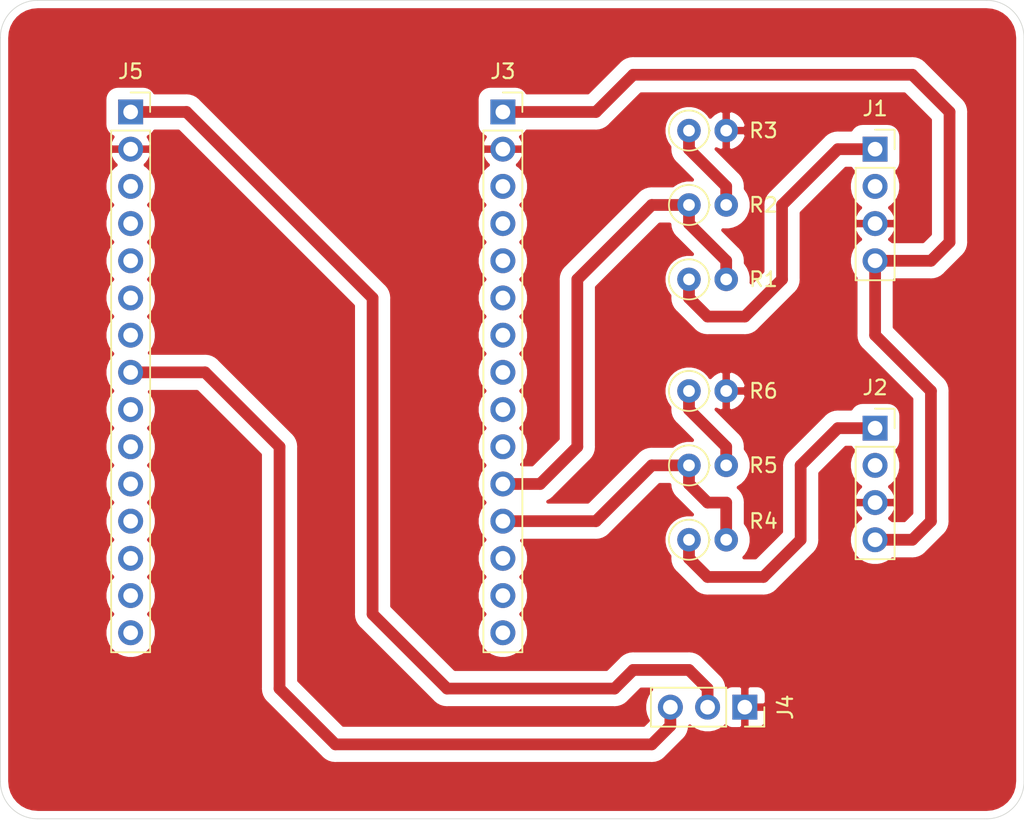
<source format=kicad_pcb>
(kicad_pcb (version 20171130) (host pcbnew 5.1.12-84ad8e8a86~92~ubuntu20.04.1)

  (general
    (thickness 1.6)
    (drawings 8)
    (tracks 63)
    (zones 0)
    (modules 11)
    (nets 36)
  )

  (page A4)
  (layers
    (0 F.Cu signal)
    (31 B.Cu signal)
    (32 B.Adhes user)
    (33 F.Adhes user)
    (34 B.Paste user)
    (35 F.Paste user)
    (36 B.SilkS user)
    (37 F.SilkS user)
    (38 B.Mask user)
    (39 F.Mask user)
    (40 Dwgs.User user)
    (41 Cmts.User user)
    (42 Eco1.User user)
    (43 Eco2.User user)
    (44 Edge.Cuts user)
    (45 Margin user)
    (46 B.CrtYd user)
    (47 F.CrtYd user)
    (48 B.Fab user)
    (49 F.Fab user)
  )

  (setup
    (last_trace_width 0.8)
    (trace_clearance 0.8)
    (zone_clearance 0.508)
    (zone_45_only no)
    (trace_min 0.2)
    (via_size 0.8)
    (via_drill 0.4)
    (via_min_size 0.4)
    (via_min_drill 0.3)
    (uvia_size 0.3)
    (uvia_drill 0.1)
    (uvias_allowed no)
    (uvia_min_size 0.2)
    (uvia_min_drill 0.1)
    (edge_width 0.05)
    (segment_width 0.2)
    (pcb_text_width 0.3)
    (pcb_text_size 1.5 1.5)
    (mod_edge_width 0.12)
    (mod_text_size 1 1)
    (mod_text_width 0.15)
    (pad_size 1.524 1.524)
    (pad_drill 0.762)
    (pad_to_mask_clearance 0)
    (aux_axis_origin 0 0)
    (visible_elements FFFFFF7F)
    (pcbplotparams
      (layerselection 0x010fc_ffffffff)
      (usegerberextensions false)
      (usegerberattributes true)
      (usegerberadvancedattributes true)
      (creategerberjobfile true)
      (excludeedgelayer true)
      (linewidth 0.100000)
      (plotframeref false)
      (viasonmask false)
      (mode 1)
      (useauxorigin false)
      (hpglpennumber 1)
      (hpglpenspeed 20)
      (hpglpendiameter 15.000000)
      (psnegative false)
      (psa4output false)
      (plotreference true)
      (plotvalue true)
      (plotinvisibletext false)
      (padsonsilk false)
      (subtractmaskfromsilk false)
      (outputformat 1)
      (mirror false)
      (drillshape 1)
      (scaleselection 1)
      (outputdirectory ""))
  )

  (net 0 "")
  (net 1 /+5V)
  (net 2 GND)
  (net 3 "Net-(J1-Pad2)")
  (net 4 "Net-(J1-Pad1)")
  (net 5 "Net-(J2-Pad2)")
  (net 6 "Net-(J2-Pad1)")
  (net 7 "Net-(J3-Pad15)")
  (net 8 "Net-(J3-Pad14)")
  (net 9 "Net-(J3-Pad13)")
  (net 10 "Net-(J3-Pad12)")
  (net 11 "Net-(J3-Pad11)")
  (net 12 "Net-(J3-Pad10)")
  (net 13 "Net-(J3-Pad9)")
  (net 14 "Net-(J3-Pad8)")
  (net 15 "Net-(J3-Pad7)")
  (net 16 "Net-(J3-Pad6)")
  (net 17 "Net-(J3-Pad5)")
  (net 18 "Net-(J3-Pad4)")
  (net 19 "Net-(J3-Pad3)")
  (net 20 "Net-(J4-Pad3)")
  (net 21 /+3.3V)
  (net 22 "Net-(J5-Pad15)")
  (net 23 "Net-(J5-Pad14)")
  (net 24 "Net-(J5-Pad13)")
  (net 25 "Net-(J5-Pad12)")
  (net 26 "Net-(J5-Pad11)")
  (net 27 "Net-(J5-Pad10)")
  (net 28 "Net-(J5-Pad9)")
  (net 29 "Net-(J5-Pad7)")
  (net 30 "Net-(J5-Pad6)")
  (net 31 "Net-(J5-Pad5)")
  (net 32 "Net-(J5-Pad4)")
  (net 33 "Net-(J5-Pad3)")
  (net 34 "Net-(R2-Pad2)")
  (net 35 "Net-(R5-Pad2)")

  (net_class Default "Esta es la clase de red por defecto."
    (clearance 0.8)
    (trace_width 0.8)
    (via_dia 0.8)
    (via_drill 0.4)
    (uvia_dia 0.3)
    (uvia_drill 0.1)
    (add_net /+3.3V)
    (add_net /+5V)
    (add_net GND)
    (add_net "Net-(J1-Pad1)")
    (add_net "Net-(J1-Pad2)")
    (add_net "Net-(J2-Pad1)")
    (add_net "Net-(J2-Pad2)")
    (add_net "Net-(J3-Pad10)")
    (add_net "Net-(J3-Pad11)")
    (add_net "Net-(J3-Pad12)")
    (add_net "Net-(J3-Pad13)")
    (add_net "Net-(J3-Pad14)")
    (add_net "Net-(J3-Pad15)")
    (add_net "Net-(J3-Pad3)")
    (add_net "Net-(J3-Pad4)")
    (add_net "Net-(J3-Pad5)")
    (add_net "Net-(J3-Pad6)")
    (add_net "Net-(J3-Pad7)")
    (add_net "Net-(J3-Pad8)")
    (add_net "Net-(J3-Pad9)")
    (add_net "Net-(J4-Pad3)")
    (add_net "Net-(J5-Pad10)")
    (add_net "Net-(J5-Pad11)")
    (add_net "Net-(J5-Pad12)")
    (add_net "Net-(J5-Pad13)")
    (add_net "Net-(J5-Pad14)")
    (add_net "Net-(J5-Pad15)")
    (add_net "Net-(J5-Pad3)")
    (add_net "Net-(J5-Pad4)")
    (add_net "Net-(J5-Pad5)")
    (add_net "Net-(J5-Pad6)")
    (add_net "Net-(J5-Pad7)")
    (add_net "Net-(J5-Pad9)")
    (add_net "Net-(R2-Pad2)")
    (add_net "Net-(R5-Pad2)")
  )

  (module Resistor_THT:R_Axial_DIN0207_L6.3mm_D2.5mm_P2.54mm_Vertical (layer F.Cu) (tedit 5AE5139B) (tstamp 62A0FC65)
    (at 116.84 102.87)
    (descr "Resistor, Axial_DIN0207 series, Axial, Vertical, pin pitch=2.54mm, 0.25W = 1/4W, length*diameter=6.3*2.5mm^2, http://cdn-reichelt.de/documents/datenblatt/B400/1_4W%23YAG.pdf")
    (tags "Resistor Axial_DIN0207 series Axial Vertical pin pitch 2.54mm 0.25W = 1/4W length 6.3mm diameter 2.5mm")
    (path /62ABB946)
    (fp_text reference R6 (at 5.08 0) (layer F.SilkS)
      (effects (font (size 1 1) (thickness 0.15)))
    )
    (fp_text value 22K (at 1.27 2.37) (layer F.Fab)
      (effects (font (size 1 1) (thickness 0.15)))
    )
    (fp_circle (center 0 0) (end 1.25 0) (layer F.Fab) (width 0.1))
    (fp_circle (center 0 0) (end 1.37 0) (layer F.SilkS) (width 0.12))
    (fp_line (start 0 0) (end 2.54 0) (layer F.Fab) (width 0.1))
    (fp_line (start 1.37 0) (end 1.44 0) (layer F.SilkS) (width 0.12))
    (fp_line (start -1.5 -1.5) (end -1.5 1.5) (layer F.CrtYd) (width 0.05))
    (fp_line (start -1.5 1.5) (end 3.59 1.5) (layer F.CrtYd) (width 0.05))
    (fp_line (start 3.59 1.5) (end 3.59 -1.5) (layer F.CrtYd) (width 0.05))
    (fp_line (start 3.59 -1.5) (end -1.5 -1.5) (layer F.CrtYd) (width 0.05))
    (fp_text user %R (at 1.27 -2.37) (layer F.Fab)
      (effects (font (size 1 1) (thickness 0.15)))
    )
    (pad 2 thru_hole oval (at 2.54 0) (size 1.6 1.6) (drill 0.8) (layers *.Cu *.Mask)
      (net 2 GND))
    (pad 1 thru_hole circle (at 0 0) (size 1.6 1.6) (drill 0.8) (layers *.Cu *.Mask)
      (net 35 "Net-(R5-Pad2)"))
    (model ${KISYS3DMOD}/Resistor_THT.3dshapes/R_Axial_DIN0207_L6.3mm_D2.5mm_P2.54mm_Vertical.wrl
      (at (xyz 0 0 0))
      (scale (xyz 1 1 1))
      (rotate (xyz 0 0 0))
    )
  )

  (module Resistor_THT:R_Axial_DIN0207_L6.3mm_D2.5mm_P2.54mm_Vertical (layer F.Cu) (tedit 5AE5139B) (tstamp 62A10308)
    (at 116.84 107.95)
    (descr "Resistor, Axial_DIN0207 series, Axial, Vertical, pin pitch=2.54mm, 0.25W = 1/4W, length*diameter=6.3*2.5mm^2, http://cdn-reichelt.de/documents/datenblatt/B400/1_4W%23YAG.pdf")
    (tags "Resistor Axial_DIN0207 series Axial Vertical pin pitch 2.54mm 0.25W = 1/4W length 6.3mm diameter 2.5mm")
    (path /62ABB940)
    (fp_text reference R5 (at 5.08 0) (layer F.SilkS)
      (effects (font (size 1 1) (thickness 0.15)))
    )
    (fp_text value 10K (at 1.27 2.37) (layer F.Fab)
      (effects (font (size 1 1) (thickness 0.15)))
    )
    (fp_circle (center 0 0) (end 1.25 0) (layer F.Fab) (width 0.1))
    (fp_circle (center 0 0) (end 1.37 0) (layer F.SilkS) (width 0.12))
    (fp_line (start 0 0) (end 2.54 0) (layer F.Fab) (width 0.1))
    (fp_line (start 1.37 0) (end 1.44 0) (layer F.SilkS) (width 0.12))
    (fp_line (start -1.5 -1.5) (end -1.5 1.5) (layer F.CrtYd) (width 0.05))
    (fp_line (start -1.5 1.5) (end 3.59 1.5) (layer F.CrtYd) (width 0.05))
    (fp_line (start 3.59 1.5) (end 3.59 -1.5) (layer F.CrtYd) (width 0.05))
    (fp_line (start 3.59 -1.5) (end -1.5 -1.5) (layer F.CrtYd) (width 0.05))
    (fp_text user %R (at 1.27 -2.37) (layer F.Fab)
      (effects (font (size 1 1) (thickness 0.15)))
    )
    (pad 2 thru_hole oval (at 2.54 0) (size 1.6 1.6) (drill 0.8) (layers *.Cu *.Mask)
      (net 35 "Net-(R5-Pad2)"))
    (pad 1 thru_hole circle (at 0 0) (size 1.6 1.6) (drill 0.8) (layers *.Cu *.Mask)
      (net 10 "Net-(J3-Pad12)"))
    (model ${KISYS3DMOD}/Resistor_THT.3dshapes/R_Axial_DIN0207_L6.3mm_D2.5mm_P2.54mm_Vertical.wrl
      (at (xyz 0 0 0))
      (scale (xyz 1 1 1))
      (rotate (xyz 0 0 0))
    )
  )

  (module Resistor_THT:R_Axial_DIN0207_L6.3mm_D2.5mm_P2.54mm_Vertical (layer F.Cu) (tedit 5AE5139B) (tstamp 62A0FC47)
    (at 116.84 113.03)
    (descr "Resistor, Axial_DIN0207 series, Axial, Vertical, pin pitch=2.54mm, 0.25W = 1/4W, length*diameter=6.3*2.5mm^2, http://cdn-reichelt.de/documents/datenblatt/B400/1_4W%23YAG.pdf")
    (tags "Resistor Axial_DIN0207 series Axial Vertical pin pitch 2.54mm 0.25W = 1/4W length 6.3mm diameter 2.5mm")
    (path /629FDB63)
    (fp_text reference R4 (at 5.08 -1.27) (layer F.SilkS)
      (effects (font (size 1 1) (thickness 0.15)))
    )
    (fp_text value 100K (at 1.27 2.37) (layer F.Fab)
      (effects (font (size 1 1) (thickness 0.15)))
    )
    (fp_circle (center 0 0) (end 1.25 0) (layer F.Fab) (width 0.1))
    (fp_circle (center 0 0) (end 1.37 0) (layer F.SilkS) (width 0.12))
    (fp_line (start 0 0) (end 2.54 0) (layer F.Fab) (width 0.1))
    (fp_line (start 1.37 0) (end 1.44 0) (layer F.SilkS) (width 0.12))
    (fp_line (start -1.5 -1.5) (end -1.5 1.5) (layer F.CrtYd) (width 0.05))
    (fp_line (start -1.5 1.5) (end 3.59 1.5) (layer F.CrtYd) (width 0.05))
    (fp_line (start 3.59 1.5) (end 3.59 -1.5) (layer F.CrtYd) (width 0.05))
    (fp_line (start 3.59 -1.5) (end -1.5 -1.5) (layer F.CrtYd) (width 0.05))
    (fp_text user %R (at 1.27 -2.37) (layer F.Fab)
      (effects (font (size 1 1) (thickness 0.15)))
    )
    (pad 2 thru_hole oval (at 2.54 0) (size 1.6 1.6) (drill 0.8) (layers *.Cu *.Mask)
      (net 10 "Net-(J3-Pad12)"))
    (pad 1 thru_hole circle (at 0 0) (size 1.6 1.6) (drill 0.8) (layers *.Cu *.Mask)
      (net 6 "Net-(J2-Pad1)"))
    (model ${KISYS3DMOD}/Resistor_THT.3dshapes/R_Axial_DIN0207_L6.3mm_D2.5mm_P2.54mm_Vertical.wrl
      (at (xyz 0 0 0))
      (scale (xyz 1 1 1))
      (rotate (xyz 0 0 0))
    )
  )

  (module Resistor_THT:R_Axial_DIN0207_L6.3mm_D2.5mm_P2.54mm_Vertical (layer F.Cu) (tedit 5AE5139B) (tstamp 62A104CC)
    (at 116.84 85.09)
    (descr "Resistor, Axial_DIN0207 series, Axial, Vertical, pin pitch=2.54mm, 0.25W = 1/4W, length*diameter=6.3*2.5mm^2, http://cdn-reichelt.de/documents/datenblatt/B400/1_4W%23YAG.pdf")
    (tags "Resistor Axial_DIN0207 series Axial Vertical pin pitch 2.54mm 0.25W = 1/4W length 6.3mm diameter 2.5mm")
    (path /629FB09D)
    (fp_text reference R3 (at 5.08 0) (layer F.SilkS)
      (effects (font (size 1 1) (thickness 0.15)))
    )
    (fp_text value 22K (at 1.27 2.37) (layer F.Fab)
      (effects (font (size 1 1) (thickness 0.15)))
    )
    (fp_circle (center 0 0) (end 1.25 0) (layer F.Fab) (width 0.1))
    (fp_circle (center 0 0) (end 1.37 0) (layer F.SilkS) (width 0.12))
    (fp_line (start 0 0) (end 2.54 0) (layer F.Fab) (width 0.1))
    (fp_line (start 1.37 0) (end 1.44 0) (layer F.SilkS) (width 0.12))
    (fp_line (start -1.5 -1.5) (end -1.5 1.5) (layer F.CrtYd) (width 0.05))
    (fp_line (start -1.5 1.5) (end 3.59 1.5) (layer F.CrtYd) (width 0.05))
    (fp_line (start 3.59 1.5) (end 3.59 -1.5) (layer F.CrtYd) (width 0.05))
    (fp_line (start 3.59 -1.5) (end -1.5 -1.5) (layer F.CrtYd) (width 0.05))
    (fp_text user %R (at 1.27 -2.37) (layer F.Fab)
      (effects (font (size 1 1) (thickness 0.15)))
    )
    (pad 2 thru_hole oval (at 2.54 0) (size 1.6 1.6) (drill 0.8) (layers *.Cu *.Mask)
      (net 2 GND))
    (pad 1 thru_hole circle (at 0 0) (size 1.6 1.6) (drill 0.8) (layers *.Cu *.Mask)
      (net 34 "Net-(R2-Pad2)"))
    (model ${KISYS3DMOD}/Resistor_THT.3dshapes/R_Axial_DIN0207_L6.3mm_D2.5mm_P2.54mm_Vertical.wrl
      (at (xyz 0 0 0))
      (scale (xyz 1 1 1))
      (rotate (xyz 0 0 0))
    )
  )

  (module Resistor_THT:R_Axial_DIN0207_L6.3mm_D2.5mm_P2.54mm_Vertical (layer F.Cu) (tedit 5AE5139B) (tstamp 62A0FC29)
    (at 116.84 90.17)
    (descr "Resistor, Axial_DIN0207 series, Axial, Vertical, pin pitch=2.54mm, 0.25W = 1/4W, length*diameter=6.3*2.5mm^2, http://cdn-reichelt.de/documents/datenblatt/B400/1_4W%23YAG.pdf")
    (tags "Resistor Axial_DIN0207 series Axial Vertical pin pitch 2.54mm 0.25W = 1/4W length 6.3mm diameter 2.5mm")
    (path /629FA84C)
    (fp_text reference R2 (at 5.08 0) (layer F.SilkS)
      (effects (font (size 1 1) (thickness 0.15)))
    )
    (fp_text value 10K (at 1.27 2.37) (layer F.Fab)
      (effects (font (size 1 1) (thickness 0.15)))
    )
    (fp_circle (center 0 0) (end 1.25 0) (layer F.Fab) (width 0.1))
    (fp_circle (center 0 0) (end 1.37 0) (layer F.SilkS) (width 0.12))
    (fp_line (start 0 0) (end 2.54 0) (layer F.Fab) (width 0.1))
    (fp_line (start 1.37 0) (end 1.44 0) (layer F.SilkS) (width 0.12))
    (fp_line (start -1.5 -1.5) (end -1.5 1.5) (layer F.CrtYd) (width 0.05))
    (fp_line (start -1.5 1.5) (end 3.59 1.5) (layer F.CrtYd) (width 0.05))
    (fp_line (start 3.59 1.5) (end 3.59 -1.5) (layer F.CrtYd) (width 0.05))
    (fp_line (start 3.59 -1.5) (end -1.5 -1.5) (layer F.CrtYd) (width 0.05))
    (fp_text user %R (at 1.27 -2.37) (layer F.Fab)
      (effects (font (size 1 1) (thickness 0.15)))
    )
    (pad 2 thru_hole oval (at 2.54 0) (size 1.6 1.6) (drill 0.8) (layers *.Cu *.Mask)
      (net 34 "Net-(R2-Pad2)"))
    (pad 1 thru_hole circle (at 0 0) (size 1.6 1.6) (drill 0.8) (layers *.Cu *.Mask)
      (net 11 "Net-(J3-Pad11)"))
    (model ${KISYS3DMOD}/Resistor_THT.3dshapes/R_Axial_DIN0207_L6.3mm_D2.5mm_P2.54mm_Vertical.wrl
      (at (xyz 0 0 0))
      (scale (xyz 1 1 1))
      (rotate (xyz 0 0 0))
    )
  )

  (module Resistor_THT:R_Axial_DIN0207_L6.3mm_D2.5mm_P2.54mm_Vertical (layer F.Cu) (tedit 5AE5139B) (tstamp 62A0FC1A)
    (at 116.84 95.25)
    (descr "Resistor, Axial_DIN0207 series, Axial, Vertical, pin pitch=2.54mm, 0.25W = 1/4W, length*diameter=6.3*2.5mm^2, http://cdn-reichelt.de/documents/datenblatt/B400/1_4W%23YAG.pdf")
    (tags "Resistor Axial_DIN0207 series Axial Vertical pin pitch 2.54mm 0.25W = 1/4W length 6.3mm diameter 2.5mm")
    (path /629FB3AA)
    (fp_text reference R1 (at 5.08 0) (layer F.SilkS)
      (effects (font (size 1 1) (thickness 0.15)))
    )
    (fp_text value 100K (at 1.27 2.37) (layer F.Fab)
      (effects (font (size 1 1) (thickness 0.15)))
    )
    (fp_circle (center 0 0) (end 1.25 0) (layer F.Fab) (width 0.1))
    (fp_circle (center 0 0) (end 1.37 0) (layer F.SilkS) (width 0.12))
    (fp_line (start 0 0) (end 2.54 0) (layer F.Fab) (width 0.1))
    (fp_line (start 1.37 0) (end 1.44 0) (layer F.SilkS) (width 0.12))
    (fp_line (start -1.5 -1.5) (end -1.5 1.5) (layer F.CrtYd) (width 0.05))
    (fp_line (start -1.5 1.5) (end 3.59 1.5) (layer F.CrtYd) (width 0.05))
    (fp_line (start 3.59 1.5) (end 3.59 -1.5) (layer F.CrtYd) (width 0.05))
    (fp_line (start 3.59 -1.5) (end -1.5 -1.5) (layer F.CrtYd) (width 0.05))
    (fp_text user %R (at 1.27 -2.37) (layer F.Fab)
      (effects (font (size 1 1) (thickness 0.15)))
    )
    (pad 2 thru_hole oval (at 2.54 0) (size 1.6 1.6) (drill 0.8) (layers *.Cu *.Mask)
      (net 11 "Net-(J3-Pad11)"))
    (pad 1 thru_hole circle (at 0 0) (size 1.6 1.6) (drill 0.8) (layers *.Cu *.Mask)
      (net 4 "Net-(J1-Pad1)"))
    (model ${KISYS3DMOD}/Resistor_THT.3dshapes/R_Axial_DIN0207_L6.3mm_D2.5mm_P2.54mm_Vertical.wrl
      (at (xyz 0 0 0))
      (scale (xyz 1 1 1))
      (rotate (xyz 0 0 0))
    )
  )

  (module Connector_PinSocket_2.54mm:PinSocket_1x15_P2.54mm_Vertical (layer F.Cu) (tedit 5A19A41D) (tstamp 62A1FBF5)
    (at 78.74 83.82)
    (descr "Through hole straight socket strip, 1x15, 2.54mm pitch, single row (from Kicad 4.0.7), script generated")
    (tags "Through hole socket strip THT 1x15 2.54mm single row")
    (path /62A42FD5)
    (fp_text reference J5 (at 0 -2.77) (layer F.SilkS)
      (effects (font (size 1 1) (thickness 0.15)))
    )
    (fp_text value Conn_01x15_Female (at 0 38.33) (layer F.Fab)
      (effects (font (size 1 1) (thickness 0.15)))
    )
    (fp_line (start -1.8 37.3) (end -1.8 -1.8) (layer F.CrtYd) (width 0.05))
    (fp_line (start 1.75 37.3) (end -1.8 37.3) (layer F.CrtYd) (width 0.05))
    (fp_line (start 1.75 -1.8) (end 1.75 37.3) (layer F.CrtYd) (width 0.05))
    (fp_line (start -1.8 -1.8) (end 1.75 -1.8) (layer F.CrtYd) (width 0.05))
    (fp_line (start 0 -1.33) (end 1.33 -1.33) (layer F.SilkS) (width 0.12))
    (fp_line (start 1.33 -1.33) (end 1.33 0) (layer F.SilkS) (width 0.12))
    (fp_line (start 1.33 1.27) (end 1.33 36.89) (layer F.SilkS) (width 0.12))
    (fp_line (start -1.33 36.89) (end 1.33 36.89) (layer F.SilkS) (width 0.12))
    (fp_line (start -1.33 1.27) (end -1.33 36.89) (layer F.SilkS) (width 0.12))
    (fp_line (start -1.33 1.27) (end 1.33 1.27) (layer F.SilkS) (width 0.12))
    (fp_line (start -1.27 36.83) (end -1.27 -1.27) (layer F.Fab) (width 0.1))
    (fp_line (start 1.27 36.83) (end -1.27 36.83) (layer F.Fab) (width 0.1))
    (fp_line (start 1.27 -0.635) (end 1.27 36.83) (layer F.Fab) (width 0.1))
    (fp_line (start 0.635 -1.27) (end 1.27 -0.635) (layer F.Fab) (width 0.1))
    (fp_line (start -1.27 -1.27) (end 0.635 -1.27) (layer F.Fab) (width 0.1))
    (fp_text user %R (at 0 17.78 90) (layer F.Fab)
      (effects (font (size 1 1) (thickness 0.15)))
    )
    (pad 1 thru_hole rect (at 0 0) (size 1.7 1.7) (drill 1) (layers *.Cu *.Mask)
      (net 21 /+3.3V))
    (pad 2 thru_hole oval (at 0 2.54) (size 1.7 1.7) (drill 1) (layers *.Cu *.Mask)
      (net 2 GND))
    (pad 3 thru_hole oval (at 0 5.08) (size 1.7 1.7) (drill 1) (layers *.Cu *.Mask)
      (net 33 "Net-(J5-Pad3)"))
    (pad 4 thru_hole oval (at 0 7.62) (size 1.7 1.7) (drill 1) (layers *.Cu *.Mask)
      (net 32 "Net-(J5-Pad4)"))
    (pad 5 thru_hole oval (at 0 10.16) (size 1.7 1.7) (drill 1) (layers *.Cu *.Mask)
      (net 31 "Net-(J5-Pad5)"))
    (pad 6 thru_hole oval (at 0 12.7) (size 1.7 1.7) (drill 1) (layers *.Cu *.Mask)
      (net 30 "Net-(J5-Pad6)"))
    (pad 7 thru_hole oval (at 0 15.24) (size 1.7 1.7) (drill 1) (layers *.Cu *.Mask)
      (net 29 "Net-(J5-Pad7)"))
    (pad 8 thru_hole oval (at 0 17.78) (size 1.7 1.7) (drill 1) (layers *.Cu *.Mask)
      (net 20 "Net-(J4-Pad3)"))
    (pad 9 thru_hole oval (at 0 20.32) (size 1.7 1.7) (drill 1) (layers *.Cu *.Mask)
      (net 28 "Net-(J5-Pad9)"))
    (pad 10 thru_hole oval (at 0 22.86) (size 1.7 1.7) (drill 1) (layers *.Cu *.Mask)
      (net 27 "Net-(J5-Pad10)"))
    (pad 11 thru_hole oval (at 0 25.4) (size 1.7 1.7) (drill 1) (layers *.Cu *.Mask)
      (net 26 "Net-(J5-Pad11)"))
    (pad 12 thru_hole oval (at 0 27.94) (size 1.7 1.7) (drill 1) (layers *.Cu *.Mask)
      (net 25 "Net-(J5-Pad12)"))
    (pad 13 thru_hole oval (at 0 30.48) (size 1.7 1.7) (drill 1) (layers *.Cu *.Mask)
      (net 24 "Net-(J5-Pad13)"))
    (pad 14 thru_hole oval (at 0 33.02) (size 1.7 1.7) (drill 1) (layers *.Cu *.Mask)
      (net 23 "Net-(J5-Pad14)"))
    (pad 15 thru_hole oval (at 0 35.56) (size 1.7 1.7) (drill 1) (layers *.Cu *.Mask)
      (net 22 "Net-(J5-Pad15)"))
    (model ${KISYS3DMOD}/Connector_PinSocket_2.54mm.3dshapes/PinSocket_1x15_P2.54mm_Vertical.wrl
      (at (xyz 0 0 0))
      (scale (xyz 1 1 1))
      (rotate (xyz 0 0 0))
    )
  )

  (module Connector_PinSocket_2.54mm:PinSocket_1x03_P2.54mm_Vertical (layer F.Cu) (tedit 5A19A429) (tstamp 62A0FBE8)
    (at 120.65 124.46 270)
    (descr "Through hole straight socket strip, 1x03, 2.54mm pitch, single row (from Kicad 4.0.7), script generated")
    (tags "Through hole socket strip THT 1x03 2.54mm single row")
    (path /62A1229F)
    (fp_text reference J4 (at 0 -2.77 90) (layer F.SilkS)
      (effects (font (size 1 1) (thickness 0.15)))
    )
    (fp_text value Conn_01x03_Female (at 0 7.85 90) (layer F.Fab)
      (effects (font (size 1 1) (thickness 0.15)))
    )
    (fp_line (start -1.27 -1.27) (end 0.635 -1.27) (layer F.Fab) (width 0.1))
    (fp_line (start 0.635 -1.27) (end 1.27 -0.635) (layer F.Fab) (width 0.1))
    (fp_line (start 1.27 -0.635) (end 1.27 6.35) (layer F.Fab) (width 0.1))
    (fp_line (start 1.27 6.35) (end -1.27 6.35) (layer F.Fab) (width 0.1))
    (fp_line (start -1.27 6.35) (end -1.27 -1.27) (layer F.Fab) (width 0.1))
    (fp_line (start -1.33 1.27) (end 1.33 1.27) (layer F.SilkS) (width 0.12))
    (fp_line (start -1.33 1.27) (end -1.33 6.41) (layer F.SilkS) (width 0.12))
    (fp_line (start -1.33 6.41) (end 1.33 6.41) (layer F.SilkS) (width 0.12))
    (fp_line (start 1.33 1.27) (end 1.33 6.41) (layer F.SilkS) (width 0.12))
    (fp_line (start 1.33 -1.33) (end 1.33 0) (layer F.SilkS) (width 0.12))
    (fp_line (start 0 -1.33) (end 1.33 -1.33) (layer F.SilkS) (width 0.12))
    (fp_line (start -1.8 -1.8) (end 1.75 -1.8) (layer F.CrtYd) (width 0.05))
    (fp_line (start 1.75 -1.8) (end 1.75 6.85) (layer F.CrtYd) (width 0.05))
    (fp_line (start 1.75 6.85) (end -1.8 6.85) (layer F.CrtYd) (width 0.05))
    (fp_line (start -1.8 6.85) (end -1.8 -1.8) (layer F.CrtYd) (width 0.05))
    (fp_text user %R (at 0 2.54) (layer F.Fab)
      (effects (font (size 1 1) (thickness 0.15)))
    )
    (pad 3 thru_hole oval (at 0 5.08 270) (size 1.7 1.7) (drill 1) (layers *.Cu *.Mask)
      (net 20 "Net-(J4-Pad3)"))
    (pad 2 thru_hole oval (at 0 2.54 270) (size 1.7 1.7) (drill 1) (layers *.Cu *.Mask)
      (net 21 /+3.3V))
    (pad 1 thru_hole rect (at 0 0 270) (size 1.7 1.7) (drill 1) (layers *.Cu *.Mask)
      (net 2 GND))
    (model ${KISYS3DMOD}/Connector_PinSocket_2.54mm.3dshapes/PinSocket_1x03_P2.54mm_Vertical.wrl
      (at (xyz 0 0 0))
      (scale (xyz 1 1 1))
      (rotate (xyz 0 0 0))
    )
  )

  (module Connector_PinSocket_2.54mm:PinSocket_1x15_P2.54mm_Vertical (layer F.Cu) (tedit 5A19A41D) (tstamp 62A1FAB2)
    (at 104.14 83.82)
    (descr "Through hole straight socket strip, 1x15, 2.54mm pitch, single row (from Kicad 4.0.7), script generated")
    (tags "Through hole socket strip THT 1x15 2.54mm single row")
    (path /62A40EB1)
    (fp_text reference J3 (at 0 -2.77) (layer F.SilkS)
      (effects (font (size 1 1) (thickness 0.15)))
    )
    (fp_text value Conn_01x15_Female (at 0 38.33) (layer F.Fab)
      (effects (font (size 1 1) (thickness 0.15)))
    )
    (fp_line (start -1.27 -1.27) (end 0.635 -1.27) (layer F.Fab) (width 0.1))
    (fp_line (start 0.635 -1.27) (end 1.27 -0.635) (layer F.Fab) (width 0.1))
    (fp_line (start 1.27 -0.635) (end 1.27 36.83) (layer F.Fab) (width 0.1))
    (fp_line (start 1.27 36.83) (end -1.27 36.83) (layer F.Fab) (width 0.1))
    (fp_line (start -1.27 36.83) (end -1.27 -1.27) (layer F.Fab) (width 0.1))
    (fp_line (start -1.33 1.27) (end 1.33 1.27) (layer F.SilkS) (width 0.12))
    (fp_line (start -1.33 1.27) (end -1.33 36.89) (layer F.SilkS) (width 0.12))
    (fp_line (start -1.33 36.89) (end 1.33 36.89) (layer F.SilkS) (width 0.12))
    (fp_line (start 1.33 1.27) (end 1.33 36.89) (layer F.SilkS) (width 0.12))
    (fp_line (start 1.33 -1.33) (end 1.33 0) (layer F.SilkS) (width 0.12))
    (fp_line (start 0 -1.33) (end 1.33 -1.33) (layer F.SilkS) (width 0.12))
    (fp_line (start -1.8 -1.8) (end 1.75 -1.8) (layer F.CrtYd) (width 0.05))
    (fp_line (start 1.75 -1.8) (end 1.75 37.3) (layer F.CrtYd) (width 0.05))
    (fp_line (start 1.75 37.3) (end -1.8 37.3) (layer F.CrtYd) (width 0.05))
    (fp_line (start -1.8 37.3) (end -1.8 -1.8) (layer F.CrtYd) (width 0.05))
    (fp_text user %R (at 0 17.78 90) (layer F.Fab)
      (effects (font (size 1 1) (thickness 0.15)))
    )
    (pad 15 thru_hole oval (at 0 35.56) (size 1.7 1.7) (drill 1) (layers *.Cu *.Mask)
      (net 7 "Net-(J3-Pad15)"))
    (pad 14 thru_hole oval (at 0 33.02) (size 1.7 1.7) (drill 1) (layers *.Cu *.Mask)
      (net 8 "Net-(J3-Pad14)"))
    (pad 13 thru_hole oval (at 0 30.48) (size 1.7 1.7) (drill 1) (layers *.Cu *.Mask)
      (net 9 "Net-(J3-Pad13)"))
    (pad 12 thru_hole oval (at 0 27.94) (size 1.7 1.7) (drill 1) (layers *.Cu *.Mask)
      (net 10 "Net-(J3-Pad12)"))
    (pad 11 thru_hole oval (at 0 25.4) (size 1.7 1.7) (drill 1) (layers *.Cu *.Mask)
      (net 11 "Net-(J3-Pad11)"))
    (pad 10 thru_hole oval (at 0 22.86) (size 1.7 1.7) (drill 1) (layers *.Cu *.Mask)
      (net 12 "Net-(J3-Pad10)"))
    (pad 9 thru_hole oval (at 0 20.32) (size 1.7 1.7) (drill 1) (layers *.Cu *.Mask)
      (net 13 "Net-(J3-Pad9)"))
    (pad 8 thru_hole oval (at 0 17.78) (size 1.7 1.7) (drill 1) (layers *.Cu *.Mask)
      (net 14 "Net-(J3-Pad8)"))
    (pad 7 thru_hole oval (at 0 15.24) (size 1.7 1.7) (drill 1) (layers *.Cu *.Mask)
      (net 15 "Net-(J3-Pad7)"))
    (pad 6 thru_hole oval (at 0 12.7) (size 1.7 1.7) (drill 1) (layers *.Cu *.Mask)
      (net 16 "Net-(J3-Pad6)"))
    (pad 5 thru_hole oval (at 0 10.16) (size 1.7 1.7) (drill 1) (layers *.Cu *.Mask)
      (net 17 "Net-(J3-Pad5)"))
    (pad 4 thru_hole oval (at 0 7.62) (size 1.7 1.7) (drill 1) (layers *.Cu *.Mask)
      (net 18 "Net-(J3-Pad4)"))
    (pad 3 thru_hole oval (at 0 5.08) (size 1.7 1.7) (drill 1) (layers *.Cu *.Mask)
      (net 19 "Net-(J3-Pad3)"))
    (pad 2 thru_hole oval (at 0 2.54) (size 1.7 1.7) (drill 1) (layers *.Cu *.Mask)
      (net 2 GND))
    (pad 1 thru_hole rect (at 0 0) (size 1.7 1.7) (drill 1) (layers *.Cu *.Mask)
      (net 1 /+5V))
    (model ${KISYS3DMOD}/Connector_PinSocket_2.54mm.3dshapes/PinSocket_1x15_P2.54mm_Vertical.wrl
      (at (xyz 0 0 0))
      (scale (xyz 1 1 1))
      (rotate (xyz 0 0 0))
    )
  )

  (module Connector_PinSocket_2.54mm:PinSocket_1x04_P2.54mm_Vertical (layer F.Cu) (tedit 5A19A429) (tstamp 62A0FFF8)
    (at 129.54 105.41)
    (descr "Through hole straight socket strip, 1x04, 2.54mm pitch, single row (from Kicad 4.0.7), script generated")
    (tags "Through hole socket strip THT 1x04 2.54mm single row")
    (path /62A07287)
    (fp_text reference J2 (at 0 -2.77) (layer F.SilkS)
      (effects (font (size 1 1) (thickness 0.15)))
    )
    (fp_text value Conn_01x04_Female (at 0 10.39) (layer F.Fab)
      (effects (font (size 1 1) (thickness 0.15)))
    )
    (fp_line (start -1.27 -1.27) (end 0.635 -1.27) (layer F.Fab) (width 0.1))
    (fp_line (start 0.635 -1.27) (end 1.27 -0.635) (layer F.Fab) (width 0.1))
    (fp_line (start 1.27 -0.635) (end 1.27 8.89) (layer F.Fab) (width 0.1))
    (fp_line (start 1.27 8.89) (end -1.27 8.89) (layer F.Fab) (width 0.1))
    (fp_line (start -1.27 8.89) (end -1.27 -1.27) (layer F.Fab) (width 0.1))
    (fp_line (start -1.33 1.27) (end 1.33 1.27) (layer F.SilkS) (width 0.12))
    (fp_line (start -1.33 1.27) (end -1.33 8.95) (layer F.SilkS) (width 0.12))
    (fp_line (start -1.33 8.95) (end 1.33 8.95) (layer F.SilkS) (width 0.12))
    (fp_line (start 1.33 1.27) (end 1.33 8.95) (layer F.SilkS) (width 0.12))
    (fp_line (start 1.33 -1.33) (end 1.33 0) (layer F.SilkS) (width 0.12))
    (fp_line (start 0 -1.33) (end 1.33 -1.33) (layer F.SilkS) (width 0.12))
    (fp_line (start -1.8 -1.8) (end 1.75 -1.8) (layer F.CrtYd) (width 0.05))
    (fp_line (start 1.75 -1.8) (end 1.75 9.4) (layer F.CrtYd) (width 0.05))
    (fp_line (start 1.75 9.4) (end -1.8 9.4) (layer F.CrtYd) (width 0.05))
    (fp_line (start -1.8 9.4) (end -1.8 -1.8) (layer F.CrtYd) (width 0.05))
    (fp_text user %R (at 0 3.81 90) (layer F.Fab)
      (effects (font (size 1 1) (thickness 0.15)))
    )
    (pad 4 thru_hole oval (at 0 7.62) (size 1.7 1.7) (drill 1) (layers *.Cu *.Mask)
      (net 1 /+5V))
    (pad 3 thru_hole oval (at 0 5.08) (size 1.7 1.7) (drill 1) (layers *.Cu *.Mask)
      (net 2 GND))
    (pad 2 thru_hole oval (at 0 2.54) (size 1.7 1.7) (drill 1) (layers *.Cu *.Mask)
      (net 5 "Net-(J2-Pad2)"))
    (pad 1 thru_hole rect (at 0 0) (size 1.7 1.7) (drill 1) (layers *.Cu *.Mask)
      (net 6 "Net-(J2-Pad1)"))
    (model ${KISYS3DMOD}/Connector_PinSocket_2.54mm.3dshapes/PinSocket_1x04_P2.54mm_Vertical.wrl
      (at (xyz 0 0 0))
      (scale (xyz 1 1 1))
      (rotate (xyz 0 0 0))
    )
  )

  (module Connector_PinSocket_2.54mm:PinSocket_1x04_P2.54mm_Vertical (layer F.Cu) (tedit 5A19A429) (tstamp 62A0FF54)
    (at 129.54 86.36)
    (descr "Through hole straight socket strip, 1x04, 2.54mm pitch, single row (from Kicad 4.0.7), script generated")
    (tags "Through hole socket strip THT 1x04 2.54mm single row")
    (path /62A04080)
    (fp_text reference J1 (at 0 -2.77) (layer F.SilkS)
      (effects (font (size 1 1) (thickness 0.15)))
    )
    (fp_text value Conn_01x04_Female (at 0 10.39) (layer F.Fab)
      (effects (font (size 1 1) (thickness 0.15)))
    )
    (fp_line (start -1.27 -1.27) (end 0.635 -1.27) (layer F.Fab) (width 0.1))
    (fp_line (start 0.635 -1.27) (end 1.27 -0.635) (layer F.Fab) (width 0.1))
    (fp_line (start 1.27 -0.635) (end 1.27 8.89) (layer F.Fab) (width 0.1))
    (fp_line (start 1.27 8.89) (end -1.27 8.89) (layer F.Fab) (width 0.1))
    (fp_line (start -1.27 8.89) (end -1.27 -1.27) (layer F.Fab) (width 0.1))
    (fp_line (start -1.33 1.27) (end 1.33 1.27) (layer F.SilkS) (width 0.12))
    (fp_line (start -1.33 1.27) (end -1.33 8.95) (layer F.SilkS) (width 0.12))
    (fp_line (start -1.33 8.95) (end 1.33 8.95) (layer F.SilkS) (width 0.12))
    (fp_line (start 1.33 1.27) (end 1.33 8.95) (layer F.SilkS) (width 0.12))
    (fp_line (start 1.33 -1.33) (end 1.33 0) (layer F.SilkS) (width 0.12))
    (fp_line (start 0 -1.33) (end 1.33 -1.33) (layer F.SilkS) (width 0.12))
    (fp_line (start -1.8 -1.8) (end 1.75 -1.8) (layer F.CrtYd) (width 0.05))
    (fp_line (start 1.75 -1.8) (end 1.75 9.4) (layer F.CrtYd) (width 0.05))
    (fp_line (start 1.75 9.4) (end -1.8 9.4) (layer F.CrtYd) (width 0.05))
    (fp_line (start -1.8 9.4) (end -1.8 -1.8) (layer F.CrtYd) (width 0.05))
    (fp_text user %R (at 0 3.81 90) (layer F.Fab)
      (effects (font (size 1 1) (thickness 0.15)))
    )
    (pad 4 thru_hole oval (at 0 7.62) (size 1.7 1.7) (drill 1) (layers *.Cu *.Mask)
      (net 1 /+5V))
    (pad 3 thru_hole oval (at 0 5.08) (size 1.7 1.7) (drill 1) (layers *.Cu *.Mask)
      (net 2 GND))
    (pad 2 thru_hole oval (at 0 2.54) (size 1.7 1.7) (drill 1) (layers *.Cu *.Mask)
      (net 3 "Net-(J1-Pad2)"))
    (pad 1 thru_hole rect (at 0 0) (size 1.7 1.7) (drill 1) (layers *.Cu *.Mask)
      (net 4 "Net-(J1-Pad1)"))
    (model ${KISYS3DMOD}/Connector_PinSocket_2.54mm.3dshapes/PinSocket_1x04_P2.54mm_Vertical.wrl
      (at (xyz 0 0 0))
      (scale (xyz 1 1 1))
      (rotate (xyz 0 0 0))
    )
  )

  (gr_line (start 137.16 76.2) (end 72.39 76.2) (layer Edge.Cuts) (width 0.05) (tstamp 62A22062))
  (gr_line (start 139.7 129.54) (end 139.7 78.74) (layer Edge.Cuts) (width 0.05) (tstamp 62A22061))
  (gr_line (start 72.39 132.08) (end 137.16 132.08) (layer Edge.Cuts) (width 0.05) (tstamp 62A22060))
  (gr_line (start 69.85 78.74) (end 69.85 129.54) (layer Edge.Cuts) (width 0.05) (tstamp 62A2205F))
  (gr_arc (start 72.39 129.54) (end 69.85 129.54) (angle -90) (layer Edge.Cuts) (width 0.05))
  (gr_arc (start 137.16 129.54) (end 137.16 132.08) (angle -90) (layer Edge.Cuts) (width 0.05))
  (gr_arc (start 137.16 78.74) (end 139.7 78.74) (angle -90) (layer Edge.Cuts) (width 0.05))
  (gr_arc (start 72.39 78.74) (end 72.39 76.2) (angle -90) (layer Edge.Cuts) (width 0.05))

  (segment (start 129.54 93.98) (end 129.54 99.06) (width 0.8) (layer F.Cu) (net 1))
  (segment (start 129.54 99.06) (end 133.35 102.87) (width 0.8) (layer F.Cu) (net 1))
  (segment (start 133.35 102.87) (end 133.35 111.76) (width 0.8) (layer F.Cu) (net 1))
  (segment (start 132.08 113.03) (end 129.54 113.03) (width 0.8) (layer F.Cu) (net 1))
  (segment (start 133.35 111.76) (end 132.08 113.03) (width 0.8) (layer F.Cu) (net 1))
  (segment (start 134.62 92.71) (end 133.35 93.98) (width 0.8) (layer F.Cu) (net 1))
  (segment (start 134.62 83.82) (end 134.62 92.71) (width 0.8) (layer F.Cu) (net 1))
  (segment (start 132.08 81.28) (end 134.62 83.82) (width 0.8) (layer F.Cu) (net 1))
  (segment (start 133.35 93.98) (end 129.54 93.98) (width 0.8) (layer F.Cu) (net 1))
  (segment (start 113.03 81.28) (end 132.08 81.28) (width 0.8) (layer F.Cu) (net 1))
  (segment (start 110.49 83.82) (end 113.03 81.28) (width 0.8) (layer F.Cu) (net 1))
  (segment (start 104.14 83.82) (end 110.49 83.82) (width 0.8) (layer F.Cu) (net 1))
  (segment (start 116.84 95.25) (end 116.84 96.52) (width 0.8) (layer F.Cu) (net 4))
  (segment (start 116.84 96.52) (end 118.11 97.79) (width 0.8) (layer F.Cu) (net 4))
  (segment (start 127 86.36) (end 129.54 86.36) (width 0.8) (layer F.Cu) (net 4))
  (segment (start 118.11 97.79) (end 120.65 97.79) (width 0.8) (layer F.Cu) (net 4))
  (segment (start 120.65 97.79) (end 123.19 95.25) (width 0.8) (layer F.Cu) (net 4))
  (segment (start 123.19 95.25) (end 123.19 90.17) (width 0.8) (layer F.Cu) (net 4))
  (segment (start 123.19 90.17) (end 127 86.36) (width 0.8) (layer F.Cu) (net 4))
  (segment (start 116.84 114.3) (end 118.11 115.57) (width 0.8) (layer F.Cu) (net 6))
  (segment (start 118.11 115.57) (end 121.92 115.57) (width 0.8) (layer F.Cu) (net 6))
  (segment (start 121.92 115.57) (end 124.46 113.03) (width 0.8) (layer F.Cu) (net 6))
  (segment (start 116.84 113.03) (end 116.84 114.3) (width 0.8) (layer F.Cu) (net 6))
  (segment (start 124.46 113.03) (end 124.46 107.95) (width 0.8) (layer F.Cu) (net 6))
  (segment (start 124.46 107.95) (end 127 105.41) (width 0.8) (layer F.Cu) (net 6))
  (segment (start 127 105.41) (end 129.54 105.41) (width 0.8) (layer F.Cu) (net 6))
  (segment (start 119.38 110.49) (end 119.38 113.03) (width 0.8) (layer F.Cu) (net 10))
  (segment (start 110.49 111.76) (end 104.14 111.76) (width 0.8) (layer F.Cu) (net 10))
  (segment (start 114.3 107.95) (end 110.49 111.76) (width 0.8) (layer F.Cu) (net 10))
  (segment (start 116.84 107.95) (end 114.3 107.95) (width 0.8) (layer F.Cu) (net 10))
  (segment (start 119.38 110.49) (end 118.11 110.49) (width 0.8) (layer F.Cu) (net 10))
  (segment (start 116.84 109.22) (end 116.84 107.95) (width 0.8) (layer F.Cu) (net 10))
  (segment (start 118.11 110.49) (end 116.84 109.22) (width 0.8) (layer F.Cu) (net 10))
  (segment (start 119.38 95.25) (end 119.38 93.98) (width 0.8) (layer F.Cu) (net 11))
  (segment (start 116.84 91.44) (end 116.84 90.17) (width 0.8) (layer F.Cu) (net 11))
  (segment (start 119.38 93.98) (end 116.84 91.44) (width 0.8) (layer F.Cu) (net 11))
  (segment (start 109.22 95.25) (end 109.22 106.68) (width 0.8) (layer F.Cu) (net 11))
  (segment (start 114.3 90.17) (end 109.22 95.25) (width 0.8) (layer F.Cu) (net 11))
  (segment (start 116.84 90.17) (end 114.3 90.17) (width 0.8) (layer F.Cu) (net 11))
  (segment (start 109.22 106.68) (end 106.68 109.22) (width 0.8) (layer F.Cu) (net 11))
  (segment (start 106.68 109.22) (end 104.14 109.22) (width 0.8) (layer F.Cu) (net 11))
  (segment (start 115.57 124.46) (end 115.57 125.73) (width 0.8) (layer F.Cu) (net 20))
  (segment (start 115.57 125.73) (end 114.3 127) (width 0.8) (layer F.Cu) (net 20))
  (segment (start 114.3 127) (end 92.71 127) (width 0.8) (layer F.Cu) (net 20))
  (segment (start 92.71 127) (end 88.9 123.19) (width 0.8) (layer F.Cu) (net 20))
  (segment (start 88.9 123.19) (end 88.9 106.68) (width 0.8) (layer F.Cu) (net 20))
  (segment (start 83.82 101.6) (end 78.74 101.6) (width 0.8) (layer F.Cu) (net 20))
  (segment (start 88.9 106.68) (end 83.82 101.6) (width 0.8) (layer F.Cu) (net 20))
  (segment (start 82.55 83.82) (end 78.74 83.82) (width 0.8) (layer F.Cu) (net 21))
  (segment (start 95.25 96.52) (end 82.55 83.82) (width 0.8) (layer F.Cu) (net 21))
  (segment (start 111.76 123.19) (end 100.33 123.19) (width 0.8) (layer F.Cu) (net 21))
  (segment (start 95.25 118.11) (end 95.25 96.52) (width 0.8) (layer F.Cu) (net 21))
  (segment (start 113.03 121.92) (end 111.76 123.19) (width 0.8) (layer F.Cu) (net 21))
  (segment (start 100.33 123.19) (end 95.25 118.11) (width 0.8) (layer F.Cu) (net 21))
  (segment (start 116.84 121.92) (end 113.03 121.92) (width 0.8) (layer F.Cu) (net 21))
  (segment (start 118.11 123.19) (end 116.84 121.92) (width 0.8) (layer F.Cu) (net 21))
  (segment (start 118.11 124.46) (end 118.11 123.19) (width 0.8) (layer F.Cu) (net 21))
  (segment (start 119.38 90.17) (end 119.38 88.9) (width 0.8) (layer F.Cu) (net 34))
  (segment (start 116.84 86.36) (end 116.84 85.09) (width 0.8) (layer F.Cu) (net 34))
  (segment (start 119.38 88.9) (end 116.84 86.36) (width 0.8) (layer F.Cu) (net 34))
  (segment (start 119.38 107.95) (end 119.38 106.68) (width 0.8) (layer F.Cu) (net 35))
  (segment (start 116.84 104.14) (end 116.84 102.87) (width 0.8) (layer F.Cu) (net 35))
  (segment (start 119.38 106.68) (end 116.84 104.14) (width 0.8) (layer F.Cu) (net 35))

  (zone (net 2) (net_name GND) (layer F.Cu) (tstamp 62B07FA5) (hatch edge 0.508)
    (connect_pads (clearance 0.508))
    (min_thickness 0.254)
    (fill yes (arc_segments 32) (thermal_gap 0.508) (thermal_bridge_width 0.508))
    (polygon
      (pts
        (xy 139.7 132.08) (xy 69.85 132.08) (xy 69.85 76.2) (xy 139.7 76.2)
      )
    )
    (filled_polygon
      (pts
        (xy 137.524545 76.898909) (xy 137.875208 77.00478) (xy 138.198625 77.176744) (xy 138.482484 77.408254) (xy 138.715965 77.690486)
        (xy 138.890183 78.012695) (xy 138.998502 78.362614) (xy 139.040001 78.757452) (xy 139.04 129.507721) (xy 139.001091 129.904545)
        (xy 138.89522 130.255206) (xy 138.723257 130.578623) (xy 138.491748 130.862482) (xy 138.209514 131.095965) (xy 137.887304 131.270184)
        (xy 137.537385 131.378502) (xy 137.142557 131.42) (xy 72.422279 131.42) (xy 72.025455 131.381091) (xy 71.674794 131.27522)
        (xy 71.351377 131.103257) (xy 71.067518 130.871748) (xy 70.834035 130.589514) (xy 70.659816 130.267304) (xy 70.551498 129.917385)
        (xy 70.51 129.522557) (xy 70.51 82.97) (xy 76.958515 82.97) (xy 76.958515 84.67) (xy 76.976413 84.851724)
        (xy 77.02942 85.026464) (xy 77.115499 85.187505) (xy 77.231341 85.328659) (xy 77.372495 85.444501) (xy 77.520267 85.523488)
        (xy 77.468359 85.59308) (xy 77.343175 85.855901) (xy 77.298524 86.00311) (xy 77.419845 86.233) (xy 78.613 86.233)
        (xy 78.613 86.213) (xy 78.867 86.213) (xy 78.867 86.233) (xy 80.060155 86.233) (xy 80.181476 86.00311)
        (xy 80.136825 85.855901) (xy 80.011641 85.59308) (xy 79.959733 85.523488) (xy 80.107505 85.444501) (xy 80.248659 85.328659)
        (xy 80.364501 85.187505) (xy 80.386152 85.147) (xy 82.00034 85.147) (xy 93.923001 97.069662) (xy 93.923 118.044826)
        (xy 93.916581 118.11) (xy 93.923 118.175174) (xy 93.923 118.175183) (xy 93.942201 118.370136) (xy 93.955737 118.414757)
        (xy 94.018081 118.620277) (xy 94.141302 118.850808) (xy 94.150215 118.861668) (xy 94.30713 119.05287) (xy 94.357765 119.094425)
        (xy 99.345577 124.082238) (xy 99.38713 124.13287) (xy 99.43776 124.174421) (xy 99.437761 124.174422) (xy 99.589191 124.298698)
        (xy 99.653366 124.333) (xy 99.819722 124.421919) (xy 100.069863 124.497799) (xy 100.264816 124.517) (xy 100.264826 124.517)
        (xy 100.33 124.523419) (xy 100.395174 124.517) (xy 111.694826 124.517) (xy 111.76 124.523419) (xy 111.825174 124.517)
        (xy 111.825184 124.517) (xy 112.020137 124.497799) (xy 112.270278 124.421919) (xy 112.500808 124.298698) (xy 112.70287 124.13287)
        (xy 112.744425 124.082235) (xy 113.579661 123.247) (xy 114.269943 123.247) (xy 114.189714 123.327229) (xy 113.995243 123.618275)
        (xy 113.861289 123.941668) (xy 113.793 124.284981) (xy 113.793 124.635019) (xy 113.861289 124.978332) (xy 113.995243 125.301725)
        (xy 114.04586 125.377479) (xy 113.75034 125.673) (xy 93.259661 125.673) (xy 90.227 122.64034) (xy 90.227 106.745174)
        (xy 90.233419 106.68) (xy 90.227 106.614826) (xy 90.227 106.614816) (xy 90.207799 106.419863) (xy 90.131919 106.169722)
        (xy 90.121809 106.150808) (xy 90.008698 105.939191) (xy 89.884422 105.787761) (xy 89.884421 105.78776) (xy 89.84287 105.73713)
        (xy 89.792239 105.695578) (xy 84.804425 100.707765) (xy 84.76287 100.65713) (xy 84.560808 100.491302) (xy 84.330278 100.368081)
        (xy 84.080137 100.292201) (xy 83.885184 100.273) (xy 83.885174 100.273) (xy 83.82 100.266581) (xy 83.754826 100.273)
        (xy 80.040057 100.273) (xy 80.120286 100.192771) (xy 80.314757 99.901725) (xy 80.448711 99.578332) (xy 80.517 99.235019)
        (xy 80.517 98.884981) (xy 80.448711 98.541668) (xy 80.314757 98.218275) (xy 80.120286 97.927229) (xy 79.983057 97.79)
        (xy 80.120286 97.652771) (xy 80.314757 97.361725) (xy 80.448711 97.038332) (xy 80.517 96.695019) (xy 80.517 96.344981)
        (xy 80.448711 96.001668) (xy 80.314757 95.678275) (xy 80.120286 95.387229) (xy 79.983057 95.25) (xy 80.120286 95.112771)
        (xy 80.314757 94.821725) (xy 80.448711 94.498332) (xy 80.517 94.155019) (xy 80.517 93.804981) (xy 80.448711 93.461668)
        (xy 80.314757 93.138275) (xy 80.120286 92.847229) (xy 79.983057 92.71) (xy 80.120286 92.572771) (xy 80.314757 92.281725)
        (xy 80.448711 91.958332) (xy 80.517 91.615019) (xy 80.517 91.264981) (xy 80.448711 90.921668) (xy 80.314757 90.598275)
        (xy 80.120286 90.307229) (xy 79.983057 90.17) (xy 80.120286 90.032771) (xy 80.314757 89.741725) (xy 80.448711 89.418332)
        (xy 80.517 89.075019) (xy 80.517 88.724981) (xy 80.448711 88.381668) (xy 80.314757 88.058275) (xy 80.120286 87.767229)
        (xy 79.872771 87.519714) (xy 79.75098 87.438336) (xy 79.837588 87.360269) (xy 80.011641 87.12692) (xy 80.136825 86.864099)
        (xy 80.181476 86.71689) (xy 80.060155 86.487) (xy 78.867 86.487) (xy 78.867 86.507) (xy 78.613 86.507)
        (xy 78.613 86.487) (xy 77.419845 86.487) (xy 77.298524 86.71689) (xy 77.343175 86.864099) (xy 77.468359 87.12692)
        (xy 77.642412 87.360269) (xy 77.72902 87.438336) (xy 77.607229 87.519714) (xy 77.359714 87.767229) (xy 77.165243 88.058275)
        (xy 77.031289 88.381668) (xy 76.963 88.724981) (xy 76.963 89.075019) (xy 77.031289 89.418332) (xy 77.165243 89.741725)
        (xy 77.359714 90.032771) (xy 77.496943 90.17) (xy 77.359714 90.307229) (xy 77.165243 90.598275) (xy 77.031289 90.921668)
        (xy 76.963 91.264981) (xy 76.963 91.615019) (xy 77.031289 91.958332) (xy 77.165243 92.281725) (xy 77.359714 92.572771)
        (xy 77.496943 92.71) (xy 77.359714 92.847229) (xy 77.165243 93.138275) (xy 77.031289 93.461668) (xy 76.963 93.804981)
        (xy 76.963 94.155019) (xy 77.031289 94.498332) (xy 77.165243 94.821725) (xy 77.359714 95.112771) (xy 77.496943 95.25)
        (xy 77.359714 95.387229) (xy 77.165243 95.678275) (xy 77.031289 96.001668) (xy 76.963 96.344981) (xy 76.963 96.695019)
        (xy 77.031289 97.038332) (xy 77.165243 97.361725) (xy 77.359714 97.652771) (xy 77.496943 97.79) (xy 77.359714 97.927229)
        (xy 77.165243 98.218275) (xy 77.031289 98.541668) (xy 76.963 98.884981) (xy 76.963 99.235019) (xy 77.031289 99.578332)
        (xy 77.165243 99.901725) (xy 77.359714 100.192771) (xy 77.496943 100.33) (xy 77.359714 100.467229) (xy 77.165243 100.758275)
        (xy 77.031289 101.081668) (xy 76.963 101.424981) (xy 76.963 101.775019) (xy 77.031289 102.118332) (xy 77.165243 102.441725)
        (xy 77.359714 102.732771) (xy 77.496943 102.87) (xy 77.359714 103.007229) (xy 77.165243 103.298275) (xy 77.031289 103.621668)
        (xy 76.963 103.964981) (xy 76.963 104.315019) (xy 77.031289 104.658332) (xy 77.165243 104.981725) (xy 77.359714 105.272771)
        (xy 77.496943 105.41) (xy 77.359714 105.547229) (xy 77.165243 105.838275) (xy 77.031289 106.161668) (xy 76.963 106.504981)
        (xy 76.963 106.855019) (xy 77.031289 107.198332) (xy 77.165243 107.521725) (xy 77.359714 107.812771) (xy 77.496943 107.95)
        (xy 77.359714 108.087229) (xy 77.165243 108.378275) (xy 77.031289 108.701668) (xy 76.963 109.044981) (xy 76.963 109.395019)
        (xy 77.031289 109.738332) (xy 77.165243 110.061725) (xy 77.359714 110.352771) (xy 77.496943 110.49) (xy 77.359714 110.627229)
        (xy 77.165243 110.918275) (xy 77.031289 111.241668) (xy 76.963 111.584981) (xy 76.963 111.935019) (xy 77.031289 112.278332)
        (xy 77.165243 112.601725) (xy 77.359714 112.892771) (xy 77.496943 113.03) (xy 77.359714 113.167229) (xy 77.165243 113.458275)
        (xy 77.031289 113.781668) (xy 76.963 114.124981) (xy 76.963 114.475019) (xy 77.031289 114.818332) (xy 77.165243 115.141725)
        (xy 77.359714 115.432771) (xy 77.496943 115.57) (xy 77.359714 115.707229) (xy 77.165243 115.998275) (xy 77.031289 116.321668)
        (xy 76.963 116.664981) (xy 76.963 117.015019) (xy 77.031289 117.358332) (xy 77.165243 117.681725) (xy 77.359714 117.972771)
        (xy 77.496943 118.11) (xy 77.359714 118.247229) (xy 77.165243 118.538275) (xy 77.031289 118.861668) (xy 76.963 119.204981)
        (xy 76.963 119.555019) (xy 77.031289 119.898332) (xy 77.165243 120.221725) (xy 77.359714 120.512771) (xy 77.607229 120.760286)
        (xy 77.898275 120.954757) (xy 78.221668 121.088711) (xy 78.564981 121.157) (xy 78.915019 121.157) (xy 79.258332 121.088711)
        (xy 79.581725 120.954757) (xy 79.872771 120.760286) (xy 80.120286 120.512771) (xy 80.314757 120.221725) (xy 80.448711 119.898332)
        (xy 80.517 119.555019) (xy 80.517 119.204981) (xy 80.448711 118.861668) (xy 80.314757 118.538275) (xy 80.120286 118.247229)
        (xy 79.983057 118.11) (xy 80.120286 117.972771) (xy 80.314757 117.681725) (xy 80.448711 117.358332) (xy 80.517 117.015019)
        (xy 80.517 116.664981) (xy 80.448711 116.321668) (xy 80.314757 115.998275) (xy 80.120286 115.707229) (xy 79.983057 115.57)
        (xy 80.120286 115.432771) (xy 80.314757 115.141725) (xy 80.448711 114.818332) (xy 80.517 114.475019) (xy 80.517 114.124981)
        (xy 80.448711 113.781668) (xy 80.314757 113.458275) (xy 80.120286 113.167229) (xy 79.983057 113.03) (xy 80.120286 112.892771)
        (xy 80.314757 112.601725) (xy 80.448711 112.278332) (xy 80.517 111.935019) (xy 80.517 111.584981) (xy 80.448711 111.241668)
        (xy 80.314757 110.918275) (xy 80.120286 110.627229) (xy 79.983057 110.49) (xy 80.120286 110.352771) (xy 80.314757 110.061725)
        (xy 80.448711 109.738332) (xy 80.517 109.395019) (xy 80.517 109.044981) (xy 80.448711 108.701668) (xy 80.314757 108.378275)
        (xy 80.120286 108.087229) (xy 79.983057 107.95) (xy 80.120286 107.812771) (xy 80.314757 107.521725) (xy 80.448711 107.198332)
        (xy 80.517 106.855019) (xy 80.517 106.504981) (xy 80.448711 106.161668) (xy 80.314757 105.838275) (xy 80.120286 105.547229)
        (xy 79.983057 105.41) (xy 80.120286 105.272771) (xy 80.314757 104.981725) (xy 80.448711 104.658332) (xy 80.517 104.315019)
        (xy 80.517 103.964981) (xy 80.448711 103.621668) (xy 80.314757 103.298275) (xy 80.120286 103.007229) (xy 80.040057 102.927)
        (xy 83.27034 102.927) (xy 87.573001 107.229662) (xy 87.573 123.124826) (xy 87.566581 123.19) (xy 87.573 123.255174)
        (xy 87.573 123.255183) (xy 87.592201 123.450136) (xy 87.612524 123.51713) (xy 87.668081 123.700277) (xy 87.791302 123.930808)
        (xy 87.87462 124.03233) (xy 87.95713 124.13287) (xy 88.007765 124.174425) (xy 91.725579 127.89224) (xy 91.76713 127.94287)
        (xy 91.81776 127.984421) (xy 91.817761 127.984422) (xy 91.969191 128.108698) (xy 92.199722 128.231919) (xy 92.449863 128.307799)
        (xy 92.644816 128.327) (xy 92.644826 128.327) (xy 92.71 128.333419) (xy 92.775174 128.327) (xy 114.234826 128.327)
        (xy 114.3 128.333419) (xy 114.365174 128.327) (xy 114.365184 128.327) (xy 114.560137 128.307799) (xy 114.810278 128.231919)
        (xy 115.040808 128.108698) (xy 115.24287 127.94287) (xy 115.284425 127.892235) (xy 116.46224 126.714421) (xy 116.51287 126.67287)
        (xy 116.554422 126.622239) (xy 116.678698 126.47081) (xy 116.801919 126.240278) (xy 116.823629 126.168711) (xy 116.877799 125.990137)
        (xy 116.897 125.795184) (xy 116.897 125.795175) (xy 116.900149 125.763206) (xy 116.977229 125.840286) (xy 117.268275 126.034757)
        (xy 117.591668 126.168711) (xy 117.934981 126.237) (xy 118.285019 126.237) (xy 118.628332 126.168711) (xy 118.951725 126.034757)
        (xy 119.242771 125.840286) (xy 119.33667 125.746387) (xy 119.348815 125.761185) (xy 119.445506 125.840537) (xy 119.55582 125.899502)
        (xy 119.675518 125.935812) (xy 119.8 125.948072) (xy 120.36425 125.945) (xy 120.523 125.78625) (xy 120.523 124.587)
        (xy 120.777 124.587) (xy 120.777 125.78625) (xy 120.93575 125.945) (xy 121.5 125.948072) (xy 121.624482 125.935812)
        (xy 121.74418 125.899502) (xy 121.854494 125.840537) (xy 121.951185 125.761185) (xy 122.030537 125.664494) (xy 122.089502 125.55418)
        (xy 122.125812 125.434482) (xy 122.138072 125.31) (xy 122.135 124.74575) (xy 121.97625 124.587) (xy 120.777 124.587)
        (xy 120.523 124.587) (xy 120.503 124.587) (xy 120.503 124.333) (xy 120.523 124.333) (xy 120.523 123.13375)
        (xy 120.777 123.13375) (xy 120.777 124.333) (xy 121.97625 124.333) (xy 122.135 124.17425) (xy 122.138072 123.61)
        (xy 122.125812 123.485518) (xy 122.089502 123.36582) (xy 122.030537 123.255506) (xy 121.951185 123.158815) (xy 121.854494 123.079463)
        (xy 121.74418 123.020498) (xy 121.624482 122.984188) (xy 121.5 122.971928) (xy 120.93575 122.975) (xy 120.777 123.13375)
        (xy 120.523 123.13375) (xy 120.36425 122.975) (xy 119.8 122.971928) (xy 119.675518 122.984188) (xy 119.55582 123.020498)
        (xy 119.445506 123.079463) (xy 119.433503 123.089313) (xy 119.417799 122.929863) (xy 119.341919 122.679722) (xy 119.331809 122.660808)
        (xy 119.218698 122.44919) (xy 119.094422 122.297761) (xy 119.094421 122.29776) (xy 119.05287 122.24713) (xy 119.002239 122.205578)
        (xy 117.824425 121.027765) (xy 117.78287 120.97713) (xy 117.580808 120.811302) (xy 117.350278 120.688081) (xy 117.100137 120.612201)
        (xy 116.905184 120.593) (xy 116.905174 120.593) (xy 116.84 120.586581) (xy 116.774826 120.593) (xy 113.095173 120.593)
        (xy 113.029999 120.586581) (xy 112.964825 120.593) (xy 112.964816 120.593) (xy 112.769863 120.612201) (xy 112.519722 120.688081)
        (xy 112.28919 120.811302) (xy 112.137761 120.935578) (xy 112.08713 120.97713) (xy 112.045579 121.02776) (xy 111.21034 121.863)
        (xy 100.879661 121.863) (xy 96.577 117.56034) (xy 96.577 96.585173) (xy 96.583419 96.519999) (xy 96.577 96.454825)
        (xy 96.577 96.454816) (xy 96.557799 96.259863) (xy 96.481919 96.009722) (xy 96.471809 95.990807) (xy 96.358698 95.77919)
        (xy 96.234422 95.627761) (xy 96.234421 95.62776) (xy 96.19287 95.57713) (xy 96.142239 95.535578) (xy 89.331642 88.724981)
        (xy 102.363 88.724981) (xy 102.363 89.075019) (xy 102.431289 89.418332) (xy 102.565243 89.741725) (xy 102.759714 90.032771)
        (xy 102.896943 90.17) (xy 102.759714 90.307229) (xy 102.565243 90.598275) (xy 102.431289 90.921668) (xy 102.363 91.264981)
        (xy 102.363 91.615019) (xy 102.431289 91.958332) (xy 102.565243 92.281725) (xy 102.759714 92.572771) (xy 102.896943 92.71)
        (xy 102.759714 92.847229) (xy 102.565243 93.138275) (xy 102.431289 93.461668) (xy 102.363 93.804981) (xy 102.363 94.155019)
        (xy 102.431289 94.498332) (xy 102.565243 94.821725) (xy 102.759714 95.112771) (xy 102.896943 95.25) (xy 102.759714 95.387229)
        (xy 102.565243 95.678275) (xy 102.431289 96.001668) (xy 102.363 96.344981) (xy 102.363 96.695019) (xy 102.431289 97.038332)
        (xy 102.565243 97.361725) (xy 102.759714 97.652771) (xy 102.896943 97.79) (xy 102.759714 97.927229) (xy 102.565243 98.218275)
        (xy 102.431289 98.541668) (xy 102.363 98.884981) (xy 102.363 99.235019) (xy 102.431289 99.578332) (xy 102.565243 99.901725)
        (xy 102.759714 100.192771) (xy 102.896943 100.33) (xy 102.759714 100.467229) (xy 102.565243 100.758275) (xy 102.431289 101.081668)
        (xy 102.363 101.424981) (xy 102.363 101.775019) (xy 102.431289 102.118332) (xy 102.565243 102.441725) (xy 102.759714 102.732771)
        (xy 102.896943 102.87) (xy 102.759714 103.007229) (xy 102.565243 103.298275) (xy 102.431289 103.621668) (xy 102.363 103.964981)
        (xy 102.363 104.315019) (xy 102.431289 104.658332) (xy 102.565243 104.981725) (xy 102.759714 105.272771) (xy 102.896943 105.41)
        (xy 102.759714 105.547229) (xy 102.565243 105.838275) (xy 102.431289 106.161668) (xy 102.363 106.504981) (xy 102.363 106.855019)
        (xy 102.431289 107.198332) (xy 102.565243 107.521725) (xy 102.759714 107.812771) (xy 102.896943 107.95) (xy 102.759714 108.087229)
        (xy 102.565243 108.378275) (xy 102.431289 108.701668) (xy 102.363 109.044981) (xy 102.363 109.395019) (xy 102.431289 109.738332)
        (xy 102.565243 110.061725) (xy 102.759714 110.352771) (xy 102.896943 110.49) (xy 102.759714 110.627229) (xy 102.565243 110.918275)
        (xy 102.431289 111.241668) (xy 102.363 111.584981) (xy 102.363 111.935019) (xy 102.431289 112.278332) (xy 102.565243 112.601725)
        (xy 102.759714 112.892771) (xy 102.896943 113.03) (xy 102.759714 113.167229) (xy 102.565243 113.458275) (xy 102.431289 113.781668)
        (xy 102.363 114.124981) (xy 102.363 114.475019) (xy 102.431289 114.818332) (xy 102.565243 115.141725) (xy 102.759714 115.432771)
        (xy 102.896943 115.57) (xy 102.759714 115.707229) (xy 102.565243 115.998275) (xy 102.431289 116.321668) (xy 102.363 116.664981)
        (xy 102.363 117.015019) (xy 102.431289 117.358332) (xy 102.565243 117.681725) (xy 102.759714 117.972771) (xy 102.896943 118.11)
        (xy 102.759714 118.247229) (xy 102.565243 118.538275) (xy 102.431289 118.861668) (xy 102.363 119.204981) (xy 102.363 119.555019)
        (xy 102.431289 119.898332) (xy 102.565243 120.221725) (xy 102.759714 120.512771) (xy 103.007229 120.760286) (xy 103.298275 120.954757)
        (xy 103.621668 121.088711) (xy 103.964981 121.157) (xy 104.315019 121.157) (xy 104.658332 121.088711) (xy 104.981725 120.954757)
        (xy 105.272771 120.760286) (xy 105.520286 120.512771) (xy 105.714757 120.221725) (xy 105.848711 119.898332) (xy 105.917 119.555019)
        (xy 105.917 119.204981) (xy 105.848711 118.861668) (xy 105.714757 118.538275) (xy 105.520286 118.247229) (xy 105.383057 118.11)
        (xy 105.520286 117.972771) (xy 105.714757 117.681725) (xy 105.848711 117.358332) (xy 105.917 117.015019) (xy 105.917 116.664981)
        (xy 105.848711 116.321668) (xy 105.714757 115.998275) (xy 105.520286 115.707229) (xy 105.383057 115.57) (xy 105.520286 115.432771)
        (xy 105.714757 115.141725) (xy 105.848711 114.818332) (xy 105.917 114.475019) (xy 105.917 114.124981) (xy 105.848711 113.781668)
        (xy 105.714757 113.458275) (xy 105.520286 113.167229) (xy 105.440057 113.087) (xy 110.424826 113.087) (xy 110.49 113.093419)
        (xy 110.555174 113.087) (xy 110.555184 113.087) (xy 110.750137 113.067799) (xy 111.000278 112.991919) (xy 111.230808 112.868698)
        (xy 111.43287 112.70287) (xy 111.474425 112.652235) (xy 114.849661 109.277) (xy 115.512195 109.277) (xy 115.513 109.285174)
        (xy 115.513 109.285183) (xy 115.532201 109.480136) (xy 115.605898 109.72308) (xy 115.608081 109.730277) (xy 115.731302 109.960808)
        (xy 115.805558 110.051289) (xy 115.89713 110.16287) (xy 115.947765 110.204425) (xy 117.055339 111.312) (xy 117.010095 111.303)
        (xy 116.669905 111.303) (xy 116.336253 111.369368) (xy 116.021959 111.499553) (xy 115.739102 111.688552) (xy 115.498552 111.929102)
        (xy 115.309553 112.211959) (xy 115.179368 112.526253) (xy 115.113 112.859905) (xy 115.113 113.200095) (xy 115.179368 113.533747)
        (xy 115.309553 113.848041) (xy 115.498552 114.130898) (xy 115.513 114.145346) (xy 115.513 114.234826) (xy 115.506581 114.3)
        (xy 115.513 114.365174) (xy 115.513 114.365184) (xy 115.532201 114.560137) (xy 115.608081 114.810278) (xy 115.612386 114.818332)
        (xy 115.731302 115.040808) (xy 115.814123 115.141725) (xy 115.897131 115.24287) (xy 115.94776 115.284421) (xy 117.125579 116.46224)
        (xy 117.16713 116.51287) (xy 117.21776 116.554421) (xy 117.217761 116.554422) (xy 117.36919 116.678698) (xy 117.552318 116.776581)
        (xy 117.599722 116.801919) (xy 117.849863 116.877799) (xy 118.044816 116.897) (xy 118.044825 116.897) (xy 118.109999 116.903419)
        (xy 118.175173 116.897) (xy 121.854826 116.897) (xy 121.92 116.903419) (xy 121.985174 116.897) (xy 121.985184 116.897)
        (xy 122.180137 116.877799) (xy 122.430278 116.801919) (xy 122.660808 116.678698) (xy 122.86287 116.51287) (xy 122.904425 116.462235)
        (xy 125.352241 114.01442) (xy 125.40287 113.97287) (xy 125.553175 113.789723) (xy 125.568697 113.77081) (xy 125.576653 113.755925)
        (xy 125.691919 113.540278) (xy 125.767799 113.290137) (xy 125.787 113.095184) (xy 125.787 113.095172) (xy 125.793419 113.030001)
        (xy 125.787 112.964829) (xy 125.787 108.49966) (xy 127.549661 106.737) (xy 127.893848 106.737) (xy 127.915499 106.777505)
        (xy 128.031341 106.918659) (xy 128.070479 106.950779) (xy 127.965243 107.108275) (xy 127.831289 107.431668) (xy 127.763 107.774981)
        (xy 127.763 108.125019) (xy 127.831289 108.468332) (xy 127.965243 108.791725) (xy 128.159714 109.082771) (xy 128.407229 109.330286)
        (xy 128.52902 109.411664) (xy 128.442412 109.489731) (xy 128.268359 109.72308) (xy 128.143175 109.985901) (xy 128.098524 110.13311)
        (xy 128.219845 110.363) (xy 129.413 110.363) (xy 129.413 110.343) (xy 129.667 110.343) (xy 129.667 110.363)
        (xy 130.860155 110.363) (xy 130.981476 110.13311) (xy 130.936825 109.985901) (xy 130.811641 109.72308) (xy 130.637588 109.489731)
        (xy 130.55098 109.411664) (xy 130.672771 109.330286) (xy 130.920286 109.082771) (xy 131.114757 108.791725) (xy 131.248711 108.468332)
        (xy 131.317 108.125019) (xy 131.317 107.774981) (xy 131.248711 107.431668) (xy 131.114757 107.108275) (xy 131.009521 106.950779)
        (xy 131.048659 106.918659) (xy 131.164501 106.777505) (xy 131.25058 106.616464) (xy 131.303587 106.441724) (xy 131.321485 106.26)
        (xy 131.321485 104.56) (xy 131.303587 104.378276) (xy 131.25058 104.203536) (xy 131.164501 104.042495) (xy 131.048659 103.901341)
        (xy 130.907505 103.785499) (xy 130.746464 103.69942) (xy 130.571724 103.646413) (xy 130.39 103.628515) (xy 128.69 103.628515)
        (xy 128.508276 103.646413) (xy 128.333536 103.69942) (xy 128.172495 103.785499) (xy 128.031341 103.901341) (xy 127.915499 104.042495)
        (xy 127.893848 104.083) (xy 127.065171 104.083) (xy 126.999999 104.076581) (xy 126.934828 104.083) (xy 126.934816 104.083)
        (xy 126.739863 104.102201) (xy 126.489722 104.178081) (xy 126.274075 104.293347) (xy 126.25919 104.301303) (xy 126.138762 104.400136)
        (xy 126.05713 104.46713) (xy 126.015579 104.51776) (xy 123.567762 106.965578) (xy 123.517131 107.00713) (xy 123.47558 107.05776)
        (xy 123.475578 107.057762) (xy 123.351302 107.209192) (xy 123.228081 107.439723) (xy 123.152202 107.689863) (xy 123.126581 107.95)
        (xy 123.133001 108.015183) (xy 123.133 112.480339) (xy 121.37034 114.243) (xy 120.609346 114.243) (xy 120.721448 114.130898)
        (xy 120.910447 113.848041) (xy 121.040632 113.533747) (xy 121.107 113.200095) (xy 121.107 112.859905) (xy 121.040632 112.526253)
        (xy 120.910447 112.211959) (xy 120.721448 111.929102) (xy 120.707 111.914654) (xy 120.707 110.555184) (xy 120.71342 110.49)
        (xy 120.687799 110.229863) (xy 120.611919 109.979722) (xy 120.488698 109.749192) (xy 120.32287 109.54713) (xy 120.22206 109.464398)
        (xy 120.480898 109.291448) (xy 120.721448 109.050898) (xy 120.910447 108.768041) (xy 121.040632 108.453747) (xy 121.107 108.120095)
        (xy 121.107 107.779905) (xy 121.040632 107.446253) (xy 120.910447 107.131959) (xy 120.721448 106.849102) (xy 120.707 106.834654)
        (xy 120.707 106.745171) (xy 120.713419 106.679999) (xy 120.707 106.614828) (xy 120.707 106.614816) (xy 120.687799 106.419863)
        (xy 120.611919 106.169722) (xy 120.488698 105.939192) (xy 120.488697 105.93919) (xy 120.364422 105.787761) (xy 120.364421 105.78776)
        (xy 120.32287 105.73713) (xy 120.272239 105.695578) (xy 118.710185 104.133525) (xy 118.766119 104.16707) (xy 119.03096 104.261909)
        (xy 119.253 104.140624) (xy 119.253 102.997) (xy 119.507 102.997) (xy 119.507 104.140624) (xy 119.72904 104.261909)
        (xy 119.993881 104.16707) (xy 120.235131 104.022385) (xy 120.443519 103.833414) (xy 120.611037 103.60742) (xy 120.731246 103.353087)
        (xy 120.771904 103.219039) (xy 120.649915 102.997) (xy 119.507 102.997) (xy 119.253 102.997) (xy 119.233 102.997)
        (xy 119.233 102.743) (xy 119.253 102.743) (xy 119.253 101.599376) (xy 119.507 101.599376) (xy 119.507 102.743)
        (xy 120.649915 102.743) (xy 120.771904 102.520961) (xy 120.731246 102.386913) (xy 120.611037 102.13258) (xy 120.443519 101.906586)
        (xy 120.235131 101.717615) (xy 119.993881 101.57293) (xy 119.72904 101.478091) (xy 119.507 101.599376) (xy 119.253 101.599376)
        (xy 119.03096 101.478091) (xy 118.766119 101.57293) (xy 118.524869 101.717615) (xy 118.316481 101.906586) (xy 118.293777 101.937215)
        (xy 118.181448 101.769102) (xy 117.940898 101.528552) (xy 117.658041 101.339553) (xy 117.343747 101.209368) (xy 117.010095 101.143)
        (xy 116.669905 101.143) (xy 116.336253 101.209368) (xy 116.021959 101.339553) (xy 115.739102 101.528552) (xy 115.498552 101.769102)
        (xy 115.309553 102.051959) (xy 115.179368 102.366253) (xy 115.113 102.699905) (xy 115.113 103.040095) (xy 115.179368 103.373747)
        (xy 115.309553 103.688041) (xy 115.498552 103.970898) (xy 115.513 103.985346) (xy 115.513 104.074826) (xy 115.506581 104.14)
        (xy 115.513 104.205174) (xy 115.513 104.205183) (xy 115.532201 104.400136) (xy 115.608081 104.650277) (xy 115.731302 104.880808)
        (xy 115.749515 104.903) (xy 115.89713 105.08287) (xy 115.947765 105.124425) (xy 117.055339 106.232) (xy 117.010095 106.223)
        (xy 116.669905 106.223) (xy 116.336253 106.289368) (xy 116.021959 106.419553) (xy 115.739102 106.608552) (xy 115.724654 106.623)
        (xy 114.365174 106.623) (xy 114.3 106.616581) (xy 114.234826 106.623) (xy 114.234816 106.623) (xy 114.039863 106.642201)
        (xy 113.790652 106.717799) (xy 113.789722 106.718081) (xy 113.559191 106.841302) (xy 113.464932 106.918659) (xy 113.35713 107.00713)
        (xy 113.315579 107.05776) (xy 109.94034 110.433) (xy 107.225673 110.433) (xy 107.420808 110.328698) (xy 107.62287 110.16287)
        (xy 107.664425 110.112235) (xy 110.11224 107.664421) (xy 110.16287 107.62287) (xy 110.245878 107.521725) (xy 110.328697 107.42081)
        (xy 110.336653 107.405925) (xy 110.451919 107.190278) (xy 110.527799 106.940137) (xy 110.547 106.745184) (xy 110.547 106.745172)
        (xy 110.553419 106.680001) (xy 110.547 106.614829) (xy 110.547 95.79966) (xy 114.849661 91.497) (xy 115.512195 91.497)
        (xy 115.513 91.505174) (xy 115.513 91.505183) (xy 115.532201 91.700136) (xy 115.606207 91.944099) (xy 115.608081 91.950277)
        (xy 115.731302 92.180808) (xy 115.749515 92.203) (xy 115.89713 92.38287) (xy 115.947765 92.424425) (xy 117.055339 93.532)
        (xy 117.010095 93.523) (xy 116.669905 93.523) (xy 116.336253 93.589368) (xy 116.021959 93.719553) (xy 115.739102 93.908552)
        (xy 115.498552 94.149102) (xy 115.309553 94.431959) (xy 115.179368 94.746253) (xy 115.113 95.079905) (xy 115.113 95.420095)
        (xy 115.179368 95.753747) (xy 115.309553 96.068041) (xy 115.498552 96.350898) (xy 115.513 96.365346) (xy 115.513 96.454826)
        (xy 115.506581 96.52) (xy 115.513 96.585174) (xy 115.513 96.585184) (xy 115.532201 96.780137) (xy 115.608081 97.030278)
        (xy 115.612386 97.038332) (xy 115.731302 97.260808) (xy 115.814123 97.361725) (xy 115.897131 97.46287) (xy 115.94776 97.504421)
        (xy 117.125579 98.68224) (xy 117.16713 98.73287) (xy 117.21776 98.774421) (xy 117.217761 98.774422) (xy 117.36919 98.898698)
        (xy 117.599722 99.021919) (xy 117.849863 99.097799) (xy 118.044816 99.117) (xy 118.044825 99.117) (xy 118.109999 99.123419)
        (xy 118.175173 99.117) (xy 120.584826 99.117) (xy 120.65 99.123419) (xy 120.715174 99.117) (xy 120.715184 99.117)
        (xy 120.910137 99.097799) (xy 121.160278 99.021919) (xy 121.390808 98.898698) (xy 121.59287 98.73287) (xy 121.634425 98.682235)
        (xy 124.082241 96.23442) (xy 124.13287 96.19287) (xy 124.283176 96.009722) (xy 124.298697 95.99081) (xy 124.306653 95.975925)
        (xy 124.421919 95.760278) (xy 124.497799 95.510137) (xy 124.517 95.315184) (xy 124.517 95.315172) (xy 124.523419 95.250001)
        (xy 124.517 95.184829) (xy 124.517 90.71966) (xy 127.549661 87.687) (xy 127.893848 87.687) (xy 127.915499 87.727505)
        (xy 128.031341 87.868659) (xy 128.070479 87.900779) (xy 127.965243 88.058275) (xy 127.831289 88.381668) (xy 127.763 88.724981)
        (xy 127.763 89.075019) (xy 127.831289 89.418332) (xy 127.965243 89.741725) (xy 128.159714 90.032771) (xy 128.407229 90.280286)
        (xy 128.52902 90.361664) (xy 128.442412 90.439731) (xy 128.268359 90.67308) (xy 128.143175 90.935901) (xy 128.098524 91.08311)
        (xy 128.219845 91.313) (xy 129.413 91.313) (xy 129.413 91.293) (xy 129.667 91.293) (xy 129.667 91.313)
        (xy 130.860155 91.313) (xy 130.981476 91.08311) (xy 130.936825 90.935901) (xy 130.811641 90.67308) (xy 130.637588 90.439731)
        (xy 130.55098 90.361664) (xy 130.672771 90.280286) (xy 130.920286 90.032771) (xy 131.114757 89.741725) (xy 131.248711 89.418332)
        (xy 131.317 89.075019) (xy 131.317 88.724981) (xy 131.248711 88.381668) (xy 131.114757 88.058275) (xy 131.009521 87.900779)
        (xy 131.048659 87.868659) (xy 131.164501 87.727505) (xy 131.25058 87.566464) (xy 131.303587 87.391724) (xy 131.321485 87.21)
        (xy 131.321485 85.51) (xy 131.303587 85.328276) (xy 131.25058 85.153536) (xy 131.164501 84.992495) (xy 131.048659 84.851341)
        (xy 130.907505 84.735499) (xy 130.746464 84.64942) (xy 130.571724 84.596413) (xy 130.39 84.578515) (xy 128.69 84.578515)
        (xy 128.508276 84.596413) (xy 128.333536 84.64942) (xy 128.172495 84.735499) (xy 128.031341 84.851341) (xy 127.915499 84.992495)
        (xy 127.893848 85.033) (xy 127.065174 85.033) (xy 127 85.026581) (xy 126.934826 85.033) (xy 126.934816 85.033)
        (xy 126.739863 85.052201) (xy 126.490658 85.127797) (xy 126.489722 85.128081) (xy 126.259191 85.251302) (xy 126.164932 85.328659)
        (xy 126.05713 85.41713) (xy 126.015579 85.46776) (xy 122.297762 89.185578) (xy 122.247131 89.22713) (xy 122.20558 89.27776)
        (xy 122.205578 89.277762) (xy 122.081302 89.429192) (xy 121.958081 89.659723) (xy 121.882202 89.909863) (xy 121.856581 90.17)
        (xy 121.863001 90.235183) (xy 121.863 94.700339) (xy 121.098 95.465339) (xy 121.107 95.420095) (xy 121.107 95.079905)
        (xy 121.040632 94.746253) (xy 120.910447 94.431959) (xy 120.721448 94.149102) (xy 120.707 94.134654) (xy 120.707 94.045171)
        (xy 120.713419 93.979999) (xy 120.707 93.914828) (xy 120.707 93.914816) (xy 120.687799 93.719863) (xy 120.611919 93.469722)
        (xy 120.488698 93.239192) (xy 120.488697 93.23919) (xy 120.364422 93.087761) (xy 120.364421 93.08776) (xy 120.32287 93.03713)
        (xy 120.27224 92.995579) (xy 119.164661 91.888) (xy 119.209905 91.897) (xy 119.550095 91.897) (xy 119.883747 91.830632)
        (xy 120.198041 91.700447) (xy 120.480898 91.511448) (xy 120.721448 91.270898) (xy 120.910447 90.988041) (xy 121.040632 90.673747)
        (xy 121.107 90.340095) (xy 121.107 89.999905) (xy 121.040632 89.666253) (xy 120.910447 89.351959) (xy 120.721448 89.069102)
        (xy 120.707 89.054654) (xy 120.707 88.965171) (xy 120.713419 88.899999) (xy 120.707 88.834828) (xy 120.707 88.834816)
        (xy 120.687799 88.639863) (xy 120.611919 88.389722) (xy 120.488698 88.159192) (xy 120.488697 88.15919) (xy 120.364422 88.007761)
        (xy 120.364421 88.00776) (xy 120.32287 87.95713) (xy 120.27224 87.915579) (xy 118.710185 86.353525) (xy 118.766119 86.38707)
        (xy 119.03096 86.481909) (xy 119.253 86.360624) (xy 119.253 85.217) (xy 119.507 85.217) (xy 119.507 86.360624)
        (xy 119.72904 86.481909) (xy 119.993881 86.38707) (xy 120.235131 86.242385) (xy 120.443519 86.053414) (xy 120.611037 85.82742)
        (xy 120.731246 85.573087) (xy 120.771904 85.439039) (xy 120.649915 85.217) (xy 119.507 85.217) (xy 119.253 85.217)
        (xy 119.233 85.217) (xy 119.233 84.963) (xy 119.253 84.963) (xy 119.253 83.819376) (xy 119.507 83.819376)
        (xy 119.507 84.963) (xy 120.649915 84.963) (xy 120.771904 84.740961) (xy 120.731246 84.606913) (xy 120.611037 84.35258)
        (xy 120.443519 84.126586) (xy 120.235131 83.937615) (xy 119.993881 83.79293) (xy 119.72904 83.698091) (xy 119.507 83.819376)
        (xy 119.253 83.819376) (xy 119.03096 83.698091) (xy 118.766119 83.79293) (xy 118.524869 83.937615) (xy 118.316481 84.126586)
        (xy 118.293777 84.157215) (xy 118.181448 83.989102) (xy 117.940898 83.748552) (xy 117.658041 83.559553) (xy 117.343747 83.429368)
        (xy 117.010095 83.363) (xy 116.669905 83.363) (xy 116.336253 83.429368) (xy 116.021959 83.559553) (xy 115.739102 83.748552)
        (xy 115.498552 83.989102) (xy 115.309553 84.271959) (xy 115.179368 84.586253) (xy 115.113 84.919905) (xy 115.113 85.260095)
        (xy 115.179368 85.593747) (xy 115.309553 85.908041) (xy 115.498552 86.190898) (xy 115.513 86.205346) (xy 115.513 86.294826)
        (xy 115.506581 86.36) (xy 115.513 86.425174) (xy 115.513 86.425183) (xy 115.532201 86.620136) (xy 115.606207 86.864099)
        (xy 115.608081 86.870277) (xy 115.731302 87.100808) (xy 115.749515 87.123) (xy 115.89713 87.30287) (xy 115.947765 87.344425)
        (xy 117.055339 88.452) (xy 117.010095 88.443) (xy 116.669905 88.443) (xy 116.336253 88.509368) (xy 116.021959 88.639553)
        (xy 115.739102 88.828552) (xy 115.724654 88.843) (xy 114.365174 88.843) (xy 114.3 88.836581) (xy 114.234826 88.843)
        (xy 114.234816 88.843) (xy 114.039863 88.862201) (xy 113.789722 88.938081) (xy 113.559191 89.061302) (xy 113.438761 89.160137)
        (xy 113.35713 89.22713) (xy 113.315579 89.27776) (xy 108.327765 94.265575) (xy 108.27713 94.30713) (xy 108.235578 94.357762)
        (xy 108.111302 94.509192) (xy 107.998191 94.720808) (xy 107.988081 94.739723) (xy 107.912201 94.989864) (xy 107.893 95.184817)
        (xy 107.893 95.184826) (xy 107.886581 95.25) (xy 107.893 95.315174) (xy 107.893001 106.130338) (xy 106.13034 107.893)
        (xy 105.440057 107.893) (xy 105.520286 107.812771) (xy 105.714757 107.521725) (xy 105.848711 107.198332) (xy 105.917 106.855019)
        (xy 105.917 106.504981) (xy 105.848711 106.161668) (xy 105.714757 105.838275) (xy 105.520286 105.547229) (xy 105.383057 105.41)
        (xy 105.520286 105.272771) (xy 105.714757 104.981725) (xy 105.848711 104.658332) (xy 105.917 104.315019) (xy 105.917 103.964981)
        (xy 105.848711 103.621668) (xy 105.714757 103.298275) (xy 105.520286 103.007229) (xy 105.383057 102.87) (xy 105.520286 102.732771)
        (xy 105.714757 102.441725) (xy 105.848711 102.118332) (xy 105.917 101.775019) (xy 105.917 101.424981) (xy 105.848711 101.081668)
        (xy 105.714757 100.758275) (xy 105.520286 100.467229) (xy 105.383057 100.33) (xy 105.520286 100.192771) (xy 105.714757 99.901725)
        (xy 105.848711 99.578332) (xy 105.917 99.235019) (xy 105.917 98.884981) (xy 105.848711 98.541668) (xy 105.714757 98.218275)
        (xy 105.520286 97.927229) (xy 105.383057 97.79) (xy 105.520286 97.652771) (xy 105.714757 97.361725) (xy 105.848711 97.038332)
        (xy 105.917 96.695019) (xy 105.917 96.344981) (xy 105.848711 96.001668) (xy 105.714757 95.678275) (xy 105.520286 95.387229)
        (xy 105.383057 95.25) (xy 105.520286 95.112771) (xy 105.714757 94.821725) (xy 105.848711 94.498332) (xy 105.917 94.155019)
        (xy 105.917 93.804981) (xy 105.848711 93.461668) (xy 105.714757 93.138275) (xy 105.520286 92.847229) (xy 105.383057 92.71)
        (xy 105.520286 92.572771) (xy 105.714757 92.281725) (xy 105.848711 91.958332) (xy 105.917 91.615019) (xy 105.917 91.264981)
        (xy 105.848711 90.921668) (xy 105.714757 90.598275) (xy 105.520286 90.307229) (xy 105.383057 90.17) (xy 105.520286 90.032771)
        (xy 105.714757 89.741725) (xy 105.848711 89.418332) (xy 105.917 89.075019) (xy 105.917 88.724981) (xy 105.848711 88.381668)
        (xy 105.714757 88.058275) (xy 105.520286 87.767229) (xy 105.272771 87.519714) (xy 105.15098 87.438336) (xy 105.237588 87.360269)
        (xy 105.411641 87.12692) (xy 105.536825 86.864099) (xy 105.581476 86.71689) (xy 105.460155 86.487) (xy 104.267 86.487)
        (xy 104.267 86.507) (xy 104.013 86.507) (xy 104.013 86.487) (xy 102.819845 86.487) (xy 102.698524 86.71689)
        (xy 102.743175 86.864099) (xy 102.868359 87.12692) (xy 103.042412 87.360269) (xy 103.12902 87.438336) (xy 103.007229 87.519714)
        (xy 102.759714 87.767229) (xy 102.565243 88.058275) (xy 102.431289 88.381668) (xy 102.363 88.724981) (xy 89.331642 88.724981)
        (xy 83.576661 82.97) (xy 102.358515 82.97) (xy 102.358515 84.67) (xy 102.376413 84.851724) (xy 102.42942 85.026464)
        (xy 102.515499 85.187505) (xy 102.631341 85.328659) (xy 102.772495 85.444501) (xy 102.920267 85.523488) (xy 102.868359 85.59308)
        (xy 102.743175 85.855901) (xy 102.698524 86.00311) (xy 102.819845 86.233) (xy 104.013 86.233) (xy 104.013 86.213)
        (xy 104.267 86.213) (xy 104.267 86.233) (xy 105.460155 86.233) (xy 105.581476 86.00311) (xy 105.536825 85.855901)
        (xy 105.411641 85.59308) (xy 105.359733 85.523488) (xy 105.507505 85.444501) (xy 105.648659 85.328659) (xy 105.764501 85.187505)
        (xy 105.786152 85.147) (xy 110.424826 85.147) (xy 110.49 85.153419) (xy 110.555174 85.147) (xy 110.555184 85.147)
        (xy 110.750137 85.127799) (xy 111.000278 85.051919) (xy 111.230808 84.928698) (xy 111.43287 84.76287) (xy 111.474425 84.712235)
        (xy 113.579661 82.607) (xy 131.53034 82.607) (xy 133.293 84.369661) (xy 133.293001 92.160338) (xy 132.80034 92.653)
        (xy 130.726057 92.653) (xy 130.672771 92.599714) (xy 130.55098 92.518336) (xy 130.637588 92.440269) (xy 130.811641 92.20692)
        (xy 130.936825 91.944099) (xy 130.981476 91.79689) (xy 130.860155 91.567) (xy 129.667 91.567) (xy 129.667 91.587)
        (xy 129.413 91.587) (xy 129.413 91.567) (xy 128.219845 91.567) (xy 128.098524 91.79689) (xy 128.143175 91.944099)
        (xy 128.268359 92.20692) (xy 128.442412 92.440269) (xy 128.52902 92.518336) (xy 128.407229 92.599714) (xy 128.159714 92.847229)
        (xy 127.965243 93.138275) (xy 127.831289 93.461668) (xy 127.763 93.804981) (xy 127.763 94.155019) (xy 127.831289 94.498332)
        (xy 127.965243 94.821725) (xy 128.159714 95.112771) (xy 128.213 95.166057) (xy 128.213001 98.994816) (xy 128.206581 99.06)
        (xy 128.232202 99.320137) (xy 128.308081 99.570277) (xy 128.431302 99.800808) (xy 128.514123 99.901725) (xy 128.597131 100.00287)
        (xy 128.647761 100.044421) (xy 132.023 103.419661) (xy 132.023001 111.210338) (xy 131.53034 111.703) (xy 130.726057 111.703)
        (xy 130.672771 111.649714) (xy 130.55098 111.568336) (xy 130.637588 111.490269) (xy 130.811641 111.25692) (xy 130.936825 110.994099)
        (xy 130.981476 110.84689) (xy 130.860155 110.617) (xy 129.667 110.617) (xy 129.667 110.637) (xy 129.413 110.637)
        (xy 129.413 110.617) (xy 128.219845 110.617) (xy 128.098524 110.84689) (xy 128.143175 110.994099) (xy 128.268359 111.25692)
        (xy 128.442412 111.490269) (xy 128.52902 111.568336) (xy 128.407229 111.649714) (xy 128.159714 111.897229) (xy 127.965243 112.188275)
        (xy 127.831289 112.511668) (xy 127.763 112.854981) (xy 127.763 113.205019) (xy 127.831289 113.548332) (xy 127.965243 113.871725)
        (xy 128.159714 114.162771) (xy 128.407229 114.410286) (xy 128.698275 114.604757) (xy 129.021668 114.738711) (xy 129.364981 114.807)
        (xy 129.715019 114.807) (xy 130.058332 114.738711) (xy 130.381725 114.604757) (xy 130.672771 114.410286) (xy 130.726057 114.357)
        (xy 132.014826 114.357) (xy 132.08 114.363419) (xy 132.145174 114.357) (xy 132.145184 114.357) (xy 132.340137 114.337799)
        (xy 132.590278 114.261919) (xy 132.820808 114.138698) (xy 133.02287 113.97287) (xy 133.064425 113.922235) (xy 134.24224 112.744421)
        (xy 134.29287 112.70287) (xy 134.375878 112.601725) (xy 134.458698 112.50081) (xy 134.581919 112.270278) (xy 134.59961 112.211959)
        (xy 134.657799 112.020137) (xy 134.677 111.825184) (xy 134.677 111.825175) (xy 134.683419 111.760001) (xy 134.677 111.694827)
        (xy 134.677 102.935174) (xy 134.683419 102.87) (xy 134.677 102.804826) (xy 134.677 102.804816) (xy 134.657799 102.609863)
        (xy 134.581919 102.359722) (xy 134.458699 102.129193) (xy 134.458698 102.129191) (xy 134.334422 101.977761) (xy 134.334421 101.97776)
        (xy 134.29287 101.92713) (xy 134.242241 101.88558) (xy 130.867 98.51034) (xy 130.867 95.307) (xy 133.284826 95.307)
        (xy 133.35 95.313419) (xy 133.415174 95.307) (xy 133.415184 95.307) (xy 133.610137 95.287799) (xy 133.860278 95.211919)
        (xy 134.090808 95.088698) (xy 134.29287 94.92287) (xy 134.334425 94.872235) (xy 135.51224 93.694421) (xy 135.56287 93.65287)
        (xy 135.614985 93.589368) (xy 135.728698 93.45081) (xy 135.851919 93.220278) (xy 135.873629 93.148711) (xy 135.927799 92.970137)
        (xy 135.947 92.775184) (xy 135.947 92.775175) (xy 135.953419 92.710001) (xy 135.947 92.644827) (xy 135.947 83.885171)
        (xy 135.953419 83.819999) (xy 135.947 83.754828) (xy 135.947 83.754816) (xy 135.927799 83.559863) (xy 135.851919 83.309722)
        (xy 135.728698 83.079192) (xy 135.728697 83.07919) (xy 135.604422 82.927761) (xy 135.604421 82.92776) (xy 135.56287 82.87713)
        (xy 135.512241 82.83558) (xy 133.064425 80.387765) (xy 133.02287 80.33713) (xy 132.820808 80.171302) (xy 132.590278 80.048081)
        (xy 132.340137 79.972201) (xy 132.145184 79.953) (xy 132.145174 79.953) (xy 132.08 79.946581) (xy 132.014826 79.953)
        (xy 113.095171 79.953) (xy 113.029999 79.946581) (xy 112.964828 79.953) (xy 112.964816 79.953) (xy 112.769863 79.972201)
        (xy 112.519722 80.048081) (xy 112.304075 80.163347) (xy 112.28919 80.171303) (xy 112.137761 80.295578) (xy 112.08713 80.33713)
        (xy 112.045579 80.38776) (xy 109.94034 82.493) (xy 105.786152 82.493) (xy 105.764501 82.452495) (xy 105.648659 82.311341)
        (xy 105.507505 82.195499) (xy 105.346464 82.10942) (xy 105.171724 82.056413) (xy 104.99 82.038515) (xy 103.29 82.038515)
        (xy 103.108276 82.056413) (xy 102.933536 82.10942) (xy 102.772495 82.195499) (xy 102.631341 82.311341) (xy 102.515499 82.452495)
        (xy 102.42942 82.613536) (xy 102.376413 82.788276) (xy 102.358515 82.97) (xy 83.576661 82.97) (xy 83.534425 82.927765)
        (xy 83.49287 82.87713) (xy 83.290808 82.711302) (xy 83.060278 82.588081) (xy 82.810137 82.512201) (xy 82.615184 82.493)
        (xy 82.615174 82.493) (xy 82.55 82.486581) (xy 82.484826 82.493) (xy 80.386152 82.493) (xy 80.364501 82.452495)
        (xy 80.248659 82.311341) (xy 80.107505 82.195499) (xy 79.946464 82.10942) (xy 79.771724 82.056413) (xy 79.59 82.038515)
        (xy 77.89 82.038515) (xy 77.708276 82.056413) (xy 77.533536 82.10942) (xy 77.372495 82.195499) (xy 77.231341 82.311341)
        (xy 77.115499 82.452495) (xy 77.02942 82.613536) (xy 76.976413 82.788276) (xy 76.958515 82.97) (xy 70.51 82.97)
        (xy 70.51 78.772279) (xy 70.548909 78.375455) (xy 70.65478 78.024792) (xy 70.826744 77.701375) (xy 71.058254 77.417516)
        (xy 71.340486 77.184035) (xy 71.662695 77.009817) (xy 72.012614 76.901498) (xy 72.407443 76.86) (xy 137.127721 76.86)
      )
    )
  )
)

</source>
